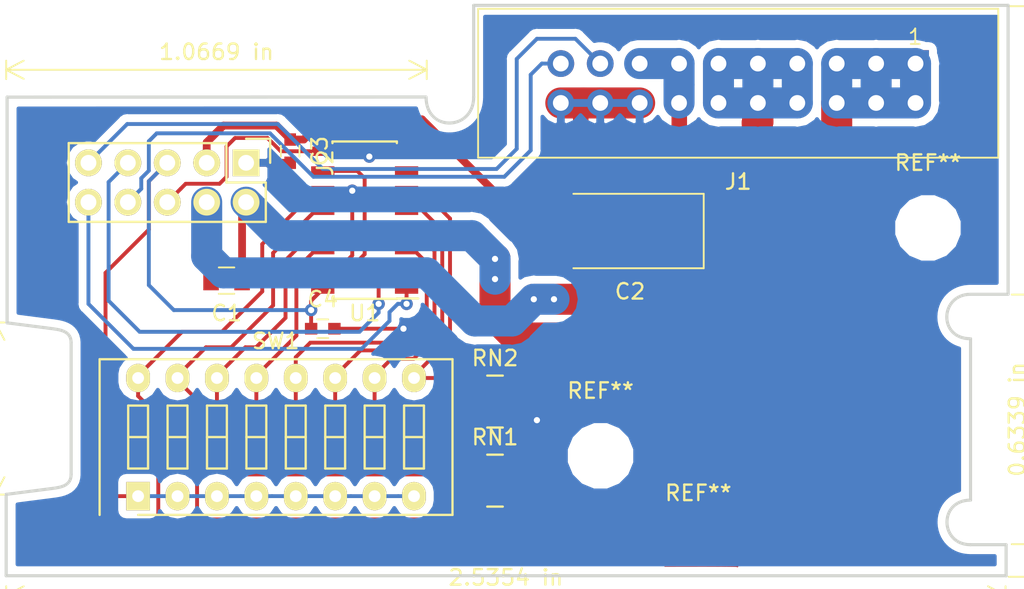
<source format=kicad_pcb>
(kicad_pcb (version 20171130) (host pcbnew "(6.0.0-rc1-dev-557-ge985f797c)")

  (general
    (thickness 1.6)
    (drawings 26)
    (tracks 266)
    (zones 0)
    (modules 14)
    (nets 20)
  )

  (page A4)
  (title_block
    (title "MAN Adapterplatine für KRONE Fallblattmodule")
    (date 2018-12-31)
    (rev 1.0)
  )

  (layers
    (0 F.Cu signal)
    (31 B.Cu signal)
    (32 B.Adhes user)
    (33 F.Adhes user)
    (34 B.Paste user)
    (35 F.Paste user)
    (36 B.SilkS user hide)
    (37 F.SilkS user hide)
    (38 B.Mask user)
    (39 F.Mask user)
    (40 Dwgs.User user)
    (41 Cmts.User user)
    (42 Eco1.User user)
    (43 Eco2.User user)
    (44 Edge.Cuts user)
    (45 Margin user)
    (46 B.CrtYd user)
    (47 F.CrtYd user hide)
    (48 B.Fab user)
    (49 F.Fab user)
  )

  (setup
    (last_trace_width 2)
    (user_trace_width 0.5)
    (user_trace_width 1)
    (user_trace_width 2)
    (trace_clearance 0.2)
    (zone_clearance 0.508)
    (zone_45_only no)
    (trace_min 0.2)
    (via_size 0.8)
    (via_drill 0.4)
    (via_min_size 0.4)
    (via_min_drill 0.3)
    (uvia_size 0.3)
    (uvia_drill 0.1)
    (uvias_allowed no)
    (uvia_min_size 0.2)
    (uvia_min_drill 0.1)
    (edge_width 0.05)
    (segment_width 0.2)
    (pcb_text_width 0.3)
    (pcb_text_size 1.5 1.5)
    (mod_edge_width 0.12)
    (mod_text_size 1 1)
    (mod_text_width 0.15)
    (pad_size 1.7272 1.7272)
    (pad_drill 1.016)
    (pad_to_mask_clearance 0.051)
    (solder_mask_min_width 0.25)
    (aux_axis_origin 0 0)
    (visible_elements 7FFDFFFF)
    (pcbplotparams
      (layerselection 0x010c8_ffffffff)
      (usegerberextensions false)
      (usegerberattributes false)
      (usegerberadvancedattributes false)
      (creategerberjobfile false)
      (excludeedgelayer true)
      (linewidth 0.100000)
      (plotframeref false)
      (viasonmask false)
      (mode 1)
      (useauxorigin false)
      (hpglpennumber 1)
      (hpglpenspeed 20)
      (hpglpendiameter 15.000000)
      (psnegative false)
      (psa4output false)
      (plotreference false)
      (plotvalue true)
      (plotinvisibletext false)
      (padsonsilk false)
      (subtractmaskfromsilk false)
      (outputformat 1)
      (mirror false)
      (drillshape 0)
      (scaleselection 1)
      (outputdirectory "Gerber"))
  )

  (net 0 "")
  (net 1 GND)
  (net 2 +5V)
  (net 3 AC)
  (net 4 GNDPWR)
  (net 5 +10V)
  (net 6 /Tx)
  (net 7 /Rx)
  (net 8 /SR_Latch)
  (net 9 /SR_Clock)
  (net 10 /SR_Data)
  (net 11 "Net-(RN1-Pad1)")
  (net 12 "Net-(RN1-Pad3)")
  (net 13 "Net-(RN1-Pad2)")
  (net 14 "Net-(RN1-Pad4)")
  (net 15 "Net-(RN2-Pad1)")
  (net 16 "Net-(RN2-Pad3)")
  (net 17 "Net-(RN2-Pad2)")
  (net 18 "Net-(RN2-Pad4)")
  (net 19 "Net-(U1-Pad7)")

  (net_class Default "Dies ist die voreingestellte Netzklasse."
    (clearance 0.2)
    (trace_width 0.25)
    (via_dia 0.8)
    (via_drill 0.4)
    (uvia_dia 0.3)
    (uvia_drill 0.1)
    (add_net +10V)
    (add_net +5V)
    (add_net /Rx)
    (add_net /SR_Clock)
    (add_net /SR_Data)
    (add_net /SR_Latch)
    (add_net /Tx)
    (add_net AC)
    (add_net GND)
    (add_net GNDPWR)
    (add_net "Net-(RN1-Pad1)")
    (add_net "Net-(RN1-Pad2)")
    (add_net "Net-(RN1-Pad3)")
    (add_net "Net-(RN1-Pad4)")
    (add_net "Net-(RN2-Pad1)")
    (add_net "Net-(RN2-Pad2)")
    (add_net "Net-(RN2-Pad3)")
    (add_net "Net-(RN2-Pad4)")
    (add_net "Net-(U1-Pad7)")
  )

  (module Housings_SOIC:SOIC-16_3.9x9.9mm_Pitch1.27mm (layer F.Cu) (tedit 574D979F) (tstamp 5C2A8D62)
    (at 114.5 79.2 180)
    (descr "16-Lead Plastic Small Outline (SL) - Narrow, 3.90 mm Body [SOIC] (see Microchip Packaging Specification 00000049BS.pdf)")
    (tags "SOIC 1.27")
    (path /5C2B7645)
    (attr smd)
    (fp_text reference U1 (at 0 -6 180) (layer F.SilkS)
      (effects (font (size 1 1) (thickness 0.15)))
    )
    (fp_text value 74HC165 (at 0 6 180) (layer F.Fab)
      (effects (font (size 1 1) (thickness 0.15)))
    )
    (fp_line (start -0.95 -4.95) (end 1.95 -4.95) (layer F.Fab) (width 0.15))
    (fp_line (start 1.95 -4.95) (end 1.95 4.95) (layer F.Fab) (width 0.15))
    (fp_line (start 1.95 4.95) (end -1.95 4.95) (layer F.Fab) (width 0.15))
    (fp_line (start -1.95 4.95) (end -1.95 -3.95) (layer F.Fab) (width 0.15))
    (fp_line (start -1.95 -3.95) (end -0.95 -4.95) (layer F.Fab) (width 0.15))
    (fp_line (start -3.7 -5.25) (end -3.7 5.25) (layer F.CrtYd) (width 0.05))
    (fp_line (start 3.7 -5.25) (end 3.7 5.25) (layer F.CrtYd) (width 0.05))
    (fp_line (start -3.7 -5.25) (end 3.7 -5.25) (layer F.CrtYd) (width 0.05))
    (fp_line (start -3.7 5.25) (end 3.7 5.25) (layer F.CrtYd) (width 0.05))
    (fp_line (start -2.075 -5.075) (end -2.075 -5.05) (layer F.SilkS) (width 0.15))
    (fp_line (start 2.075 -5.075) (end 2.075 -4.97) (layer F.SilkS) (width 0.15))
    (fp_line (start 2.075 5.075) (end 2.075 4.97) (layer F.SilkS) (width 0.15))
    (fp_line (start -2.075 5.075) (end -2.075 4.97) (layer F.SilkS) (width 0.15))
    (fp_line (start -2.075 -5.075) (end 2.075 -5.075) (layer F.SilkS) (width 0.15))
    (fp_line (start -2.075 5.075) (end 2.075 5.075) (layer F.SilkS) (width 0.15))
    (fp_line (start -2.075 -5.05) (end -3.45 -5.05) (layer F.SilkS) (width 0.15))
    (pad 1 smd rect (at -2.7 -4.445 180) (size 1.5 0.6) (layers F.Cu F.Paste F.Mask)
      (net 8 /SR_Latch))
    (pad 2 smd rect (at -2.7 -3.175 180) (size 1.5 0.6) (layers F.Cu F.Paste F.Mask)
      (net 9 /SR_Clock))
    (pad 3 smd rect (at -2.7 -1.905 180) (size 1.5 0.6) (layers F.Cu F.Paste F.Mask)
      (net 18 "Net-(RN2-Pad4)"))
    (pad 4 smd rect (at -2.7 -0.635 180) (size 1.5 0.6) (layers F.Cu F.Paste F.Mask)
      (net 16 "Net-(RN2-Pad3)"))
    (pad 5 smd rect (at -2.7 0.635 180) (size 1.5 0.6) (layers F.Cu F.Paste F.Mask)
      (net 17 "Net-(RN2-Pad2)"))
    (pad 6 smd rect (at -2.7 1.905 180) (size 1.5 0.6) (layers F.Cu F.Paste F.Mask)
      (net 15 "Net-(RN2-Pad1)"))
    (pad 7 smd rect (at -2.7 3.175 180) (size 1.5 0.6) (layers F.Cu F.Paste F.Mask)
      (net 19 "Net-(U1-Pad7)"))
    (pad 8 smd rect (at -2.7 4.445 180) (size 1.5 0.6) (layers F.Cu F.Paste F.Mask)
      (net 1 GND))
    (pad 9 smd rect (at 2.7 4.445 180) (size 1.5 0.6) (layers F.Cu F.Paste F.Mask)
      (net 10 /SR_Data))
    (pad 10 smd rect (at 2.7 3.175 180) (size 1.5 0.6) (layers F.Cu F.Paste F.Mask)
      (net 2 +5V))
    (pad 11 smd rect (at 2.7 1.905 180) (size 1.5 0.6) (layers F.Cu F.Paste F.Mask)
      (net 14 "Net-(RN1-Pad4)"))
    (pad 12 smd rect (at 2.7 0.635 180) (size 1.5 0.6) (layers F.Cu F.Paste F.Mask)
      (net 12 "Net-(RN1-Pad3)"))
    (pad 13 smd rect (at 2.7 -0.635 180) (size 1.5 0.6) (layers F.Cu F.Paste F.Mask)
      (net 13 "Net-(RN1-Pad2)"))
    (pad 14 smd rect (at 2.7 -1.905 180) (size 1.5 0.6) (layers F.Cu F.Paste F.Mask)
      (net 11 "Net-(RN1-Pad1)"))
    (pad 15 smd rect (at 2.7 -3.175 180) (size 1.5 0.6) (layers F.Cu F.Paste F.Mask)
      (net 1 GND))
    (pad 16 smd rect (at 2.7 -4.445 180) (size 1.5 0.6) (layers F.Cu F.Paste F.Mask)
      (net 2 +5V))
    (model Housings_SOIC.3dshapes/SOIC-16_3.9x9.9mm_Pitch1.27mm.wrl
      (at (xyz 0 0 0))
      (scale (xyz 1 1 1))
      (rotate (xyz 0 0 0))
    )
  )

  (module Pin_Headers:Pin_Header_Straight_2x05 locked (layer F.Cu) (tedit 0) (tstamp 5BA64145)
    (at 106.86 75.5 270)
    (descr "Through hole pin header")
    (tags "pin header")
    (path /5BA612F7)
    (fp_text reference J2 (at 0 -5.1 270) (layer F.SilkS)
      (effects (font (size 1 1) (thickness 0.15)))
    )
    (fp_text value Module (at 0 -3.1 270) (layer F.Fab)
      (effects (font (size 1 1) (thickness 0.15)))
    )
    (fp_line (start -1.55 -1.55) (end -1.55 0) (layer F.SilkS) (width 0.15))
    (fp_line (start 1.27 1.27) (end -1.27 1.27) (layer F.SilkS) (width 0.15))
    (fp_line (start 1.27 -1.27) (end 1.27 1.27) (layer F.SilkS) (width 0.15))
    (fp_line (start 0 -1.55) (end -1.55 -1.55) (layer F.SilkS) (width 0.15))
    (fp_line (start 3.81 -1.27) (end 1.27 -1.27) (layer F.SilkS) (width 0.15))
    (fp_line (start -1.27 11.43) (end -1.27 1.27) (layer F.SilkS) (width 0.15))
    (fp_line (start 3.81 11.43) (end -1.27 11.43) (layer F.SilkS) (width 0.15))
    (fp_line (start 3.81 -1.27) (end 3.81 11.43) (layer F.SilkS) (width 0.15))
    (fp_line (start -1.75 11.95) (end 4.3 11.95) (layer F.CrtYd) (width 0.05))
    (fp_line (start -1.75 -1.75) (end 4.3 -1.75) (layer F.CrtYd) (width 0.05))
    (fp_line (start 4.3 -1.75) (end 4.3 11.95) (layer F.CrtYd) (width 0.05))
    (fp_line (start -1.75 -1.75) (end -1.75 11.95) (layer F.CrtYd) (width 0.05))
    (pad 10 thru_hole oval (at 2.54 10.16 270) (size 1.7272 1.7272) (drill 1.016) (layers *.Cu *.Mask F.SilkS)
      (net 8 /SR_Latch))
    (pad 9 thru_hole oval (at 0 10.16 270) (size 1.7272 1.7272) (drill 1.016) (layers *.Cu *.Mask F.SilkS)
      (net 7 /Rx))
    (pad 8 thru_hole oval (at 2.54 7.62 270) (size 1.7272 1.7272) (drill 1.016) (layers *.Cu *.Mask F.SilkS)
      (net 6 /Tx))
    (pad 7 thru_hole oval (at 0 7.62 270) (size 1.7272 1.7272) (drill 1.016) (layers *.Cu *.Mask F.SilkS)
      (net 9 /SR_Clock))
    (pad 6 thru_hole oval (at 2.54 5.08 270) (size 1.7272 1.7272) (drill 1.016) (layers *.Cu *.Mask F.SilkS)
      (net 10 /SR_Data))
    (pad 5 thru_hole oval (at 0 5.08 270) (size 1.7272 1.7272) (drill 1.016) (layers *.Cu *.Mask F.SilkS)
      (net 2 +5V))
    (pad 4 thru_hole oval (at 2.54 2.54 270) (size 1.7272 1.7272) (drill 1.016) (layers *.Cu *.Mask F.SilkS)
      (net 4 GNDPWR))
    (pad 3 thru_hole oval (at 0 2.54 270) (size 1.7272 1.7272) (drill 1.016) (layers *.Cu *.Mask F.SilkS)
      (net 5 +10V))
    (pad 2 thru_hole oval (at 2.54 0 270) (size 1.7272 1.7272) (drill 1.016) (layers *.Cu *.Mask F.SilkS)
      (net 3 AC))
    (pad 1 thru_hole rect (at 0 0 270) (size 1.7272 1.7272) (drill 1.016) (layers *.Cu *.Mask F.SilkS)
      (net 1 GND))
    (model Pin_Headers.3dshapes/Pin_Header_Straight_2x05.wrl
      (offset (xyz 1.269999980926514 -5.079999923706055 0))
      (scale (xyz 1 1 1))
      (rotate (xyz 0 0 90))
    )
  )

  (module Buttons_Switches_THT:SW_DIP_x8_Slide (layer F.Cu) (tedit 54BB66BF) (tstamp 5C2A8D3E)
    (at 99.9 97)
    (descr "CTS Electrocomponents, Series 206/208")
    (path /5C2BE4A9)
    (fp_text reference SW1 (at 8.87 -10) (layer F.SilkS)
      (effects (font (size 1 1) (thickness 0.15)))
    )
    (fp_text value Address (at 2 2.4) (layer F.Fab)
      (effects (font (size 1 1) (thickness 0.15)))
    )
    (fp_line (start 20.26 1.21) (end 0 1.21) (layer F.SilkS) (width 0.15))
    (fp_line (start 20.26 -8.83) (end 20.26 1.21) (layer F.SilkS) (width 0.15))
    (fp_line (start -2.48 -8.83) (end 20.26 -8.83) (layer F.SilkS) (width 0.15))
    (fp_line (start -2.48 1.21) (end -2.48 -8.83) (layer F.SilkS) (width 0.15))
    (fp_line (start 20.6 -9.15) (end -2.8 -9.15) (layer F.CrtYd) (width 0.05))
    (fp_line (start 20.6 1.55) (end 20.6 -9.15) (layer F.CrtYd) (width 0.05))
    (fp_line (start -2.8 1.55) (end 20.6 1.55) (layer F.CrtYd) (width 0.05))
    (fp_line (start -2.8 -9.15) (end -2.8 1.55) (layer F.CrtYd) (width 0.05))
    (fp_line (start 18.42 -5.84) (end 17.14 -5.84) (layer F.SilkS) (width 0.15))
    (fp_line (start 18.42 -1.78) (end 18.42 -5.84) (layer F.SilkS) (width 0.15))
    (fp_line (start 17.14 -1.78) (end 18.42 -1.78) (layer F.SilkS) (width 0.15))
    (fp_line (start 17.14 -3.81) (end 18.42 -3.81) (layer F.SilkS) (width 0.15))
    (fp_line (start 17.14 -5.84) (end 17.14 -1.78) (layer F.SilkS) (width 0.15))
    (fp_line (start 15.88 -5.84) (end 14.6 -5.84) (layer F.SilkS) (width 0.15))
    (fp_line (start 15.88 -1.78) (end 15.88 -5.84) (layer F.SilkS) (width 0.15))
    (fp_line (start 14.6 -1.78) (end 15.88 -1.78) (layer F.SilkS) (width 0.15))
    (fp_line (start 14.6 -3.81) (end 15.88 -3.81) (layer F.SilkS) (width 0.15))
    (fp_line (start 14.6 -5.84) (end 14.6 -1.78) (layer F.SilkS) (width 0.15))
    (fp_line (start 13.34 -5.84) (end 12.06 -5.84) (layer F.SilkS) (width 0.15))
    (fp_line (start 13.34 -1.78) (end 13.34 -5.84) (layer F.SilkS) (width 0.15))
    (fp_line (start 12.06 -1.78) (end 13.34 -1.78) (layer F.SilkS) (width 0.15))
    (fp_line (start 12.06 -3.81) (end 13.34 -3.81) (layer F.SilkS) (width 0.15))
    (fp_line (start 12.06 -5.84) (end 12.06 -1.78) (layer F.SilkS) (width 0.15))
    (fp_line (start 10.8 -5.84) (end 9.52 -5.84) (layer F.SilkS) (width 0.15))
    (fp_line (start 10.8 -1.78) (end 10.8 -5.84) (layer F.SilkS) (width 0.15))
    (fp_line (start 9.52 -1.78) (end 10.8 -1.78) (layer F.SilkS) (width 0.15))
    (fp_line (start 9.52 -3.81) (end 10.8 -3.81) (layer F.SilkS) (width 0.15))
    (fp_line (start 9.52 -5.84) (end 9.52 -1.78) (layer F.SilkS) (width 0.15))
    (fp_line (start 8.26 -5.84) (end 6.98 -5.84) (layer F.SilkS) (width 0.15))
    (fp_line (start 8.26 -1.78) (end 8.26 -5.84) (layer F.SilkS) (width 0.15))
    (fp_line (start 6.98 -1.78) (end 8.26 -1.78) (layer F.SilkS) (width 0.15))
    (fp_line (start 6.98 -3.81) (end 8.26 -3.81) (layer F.SilkS) (width 0.15))
    (fp_line (start 6.98 -5.84) (end 6.98 -1.78) (layer F.SilkS) (width 0.15))
    (fp_line (start 5.72 -5.84) (end 4.44 -5.84) (layer F.SilkS) (width 0.15))
    (fp_line (start 5.72 -1.78) (end 5.72 -5.84) (layer F.SilkS) (width 0.15))
    (fp_line (start 4.44 -1.78) (end 5.72 -1.78) (layer F.SilkS) (width 0.15))
    (fp_line (start 4.44 -3.81) (end 5.72 -3.81) (layer F.SilkS) (width 0.15))
    (fp_line (start 4.44 -5.84) (end 4.44 -1.78) (layer F.SilkS) (width 0.15))
    (fp_line (start 3.18 -5.84) (end 1.9 -5.84) (layer F.SilkS) (width 0.15))
    (fp_line (start 3.18 -1.78) (end 3.18 -5.84) (layer F.SilkS) (width 0.15))
    (fp_line (start 1.9 -1.78) (end 3.18 -1.78) (layer F.SilkS) (width 0.15))
    (fp_line (start 1.9 -3.81) (end 3.18 -3.81) (layer F.SilkS) (width 0.15))
    (fp_line (start 1.9 -5.84) (end 1.9 -1.78) (layer F.SilkS) (width 0.15))
    (fp_line (start 0.64 -5.84) (end -0.64 -5.84) (layer F.SilkS) (width 0.15))
    (fp_line (start 0.64 -1.78) (end 0.64 -5.84) (layer F.SilkS) (width 0.15))
    (fp_line (start -0.64 -1.78) (end 0.64 -1.78) (layer F.SilkS) (width 0.15))
    (fp_line (start -0.64 -3.81) (end 0.64 -3.81) (layer F.SilkS) (width 0.15))
    (fp_line (start -0.64 -5.84) (end -0.64 -1.78) (layer F.SilkS) (width 0.15))
    (pad 9 thru_hole oval (at 17.78 -7.62) (size 1.524 1.824) (drill 0.762) (layers *.Cu *.Mask F.SilkS)
      (net 15 "Net-(RN2-Pad1)"))
    (pad 8 thru_hole oval (at 17.78 0) (size 1.524 1.824) (drill 0.762) (layers *.Cu *.Mask F.SilkS)
      (net 2 +5V))
    (pad 10 thru_hole oval (at 15.24 -7.62) (size 1.524 1.824) (drill 0.762) (layers *.Cu *.Mask F.SilkS)
      (net 17 "Net-(RN2-Pad2)"))
    (pad 7 thru_hole oval (at 15.24 0) (size 1.524 1.824) (drill 0.762) (layers *.Cu *.Mask F.SilkS)
      (net 2 +5V))
    (pad 11 thru_hole oval (at 12.7 -7.62) (size 1.524 1.824) (drill 0.762) (layers *.Cu *.Mask F.SilkS)
      (net 16 "Net-(RN2-Pad3)"))
    (pad 6 thru_hole oval (at 12.7 0) (size 1.524 1.824) (drill 0.762) (layers *.Cu *.Mask F.SilkS)
      (net 2 +5V))
    (pad 12 thru_hole oval (at 10.16 -7.62) (size 1.524 1.824) (drill 0.762) (layers *.Cu *.Mask F.SilkS)
      (net 18 "Net-(RN2-Pad4)"))
    (pad 5 thru_hole oval (at 10.16 0) (size 1.524 1.824) (drill 0.762) (layers *.Cu *.Mask F.SilkS)
      (net 2 +5V))
    (pad 13 thru_hole oval (at 7.62 -7.62) (size 1.524 1.824) (drill 0.762) (layers *.Cu *.Mask F.SilkS)
      (net 11 "Net-(RN1-Pad1)"))
    (pad 4 thru_hole oval (at 7.62 0) (size 1.524 1.824) (drill 0.762) (layers *.Cu *.Mask F.SilkS)
      (net 2 +5V))
    (pad 14 thru_hole oval (at 5.08 -7.62) (size 1.524 1.824) (drill 0.762) (layers *.Cu *.Mask F.SilkS)
      (net 13 "Net-(RN1-Pad2)"))
    (pad 3 thru_hole oval (at 5.08 0) (size 1.524 1.824) (drill 0.762) (layers *.Cu *.Mask F.SilkS)
      (net 2 +5V))
    (pad 15 thru_hole oval (at 2.54 -7.62) (size 1.524 1.824) (drill 0.762) (layers *.Cu *.Mask F.SilkS)
      (net 12 "Net-(RN1-Pad3)"))
    (pad 2 thru_hole oval (at 2.54 0) (size 1.524 1.824) (drill 0.762) (layers *.Cu *.Mask F.SilkS)
      (net 2 +5V))
    (pad 16 thru_hole oval (at 0 -7.62) (size 1.524 1.824) (drill 0.762) (layers *.Cu *.Mask F.SilkS)
      (net 14 "Net-(RN1-Pad4)"))
    (pad 1 thru_hole rect (at 0 0) (size 1.524 1.824) (drill 0.762) (layers *.Cu *.Mask F.SilkS)
      (net 2 +5V))
    (model Buttons_Switches_ThroughHole.3dshapes/SW_DIP_x8_Slide.wrl
      (at (xyz 0 0 0))
      (scale (xyz 1 1 1))
      (rotate (xyz 0 0 0))
    )
  )

  (module Resistors_SMD:R_Array_Convex_4x0603 (layer F.Cu) (tedit 545388FD) (tstamp 5C2A8CFA)
    (at 122.9 90.9)
    (descr "Chip Resistor Network, ROHM MNR14 (see mnr_g.pdf)")
    (tags "resistor array")
    (path /5C309BA2)
    (attr smd)
    (fp_text reference RN2 (at 0 -2.8) (layer F.SilkS)
      (effects (font (size 1 1) (thickness 0.15)))
    )
    (fp_text value 4x10k (at 0 2.8) (layer F.Fab)
      (effects (font (size 1 1) (thickness 0.15)))
    )
    (fp_line (start -1.55 -1.8) (end 1.55 -1.8) (layer F.CrtYd) (width 0.05))
    (fp_line (start -1.55 1.8) (end 1.55 1.8) (layer F.CrtYd) (width 0.05))
    (fp_line (start -1.55 -1.8) (end -1.55 1.8) (layer F.CrtYd) (width 0.05))
    (fp_line (start 1.55 -1.8) (end 1.55 1.8) (layer F.CrtYd) (width 0.05))
    (fp_line (start 0.5 1.675) (end -0.5 1.675) (layer F.SilkS) (width 0.15))
    (fp_line (start 0.5 -1.675) (end -0.5 -1.675) (layer F.SilkS) (width 0.15))
    (pad 1 smd rect (at -0.9 -1.2) (size 0.8 0.5) (layers F.Cu F.Paste F.Mask)
      (net 15 "Net-(RN2-Pad1)"))
    (pad 3 smd rect (at -0.9 0.4) (size 0.8 0.4) (layers F.Cu F.Paste F.Mask)
      (net 16 "Net-(RN2-Pad3)"))
    (pad 2 smd rect (at -0.9 -0.4) (size 0.8 0.4) (layers F.Cu F.Paste F.Mask)
      (net 17 "Net-(RN2-Pad2)"))
    (pad 4 smd rect (at -0.9 1.2) (size 0.8 0.5) (layers F.Cu F.Paste F.Mask)
      (net 18 "Net-(RN2-Pad4)"))
    (pad 7 smd rect (at 0.9 -0.4) (size 0.8 0.4) (layers F.Cu F.Paste F.Mask)
      (net 1 GND))
    (pad 8 smd rect (at 0.9 -1.2) (size 0.8 0.5) (layers F.Cu F.Paste F.Mask)
      (net 1 GND))
    (pad 6 smd rect (at 0.9 0.4) (size 0.8 0.4) (layers F.Cu F.Paste F.Mask)
      (net 1 GND))
    (pad 5 smd rect (at 0.9 1.2) (size 0.8 0.5) (layers F.Cu F.Paste F.Mask)
      (net 1 GND))
    (model Resistors_SMD.3dshapes/R_Array_Convex_4x0603.wrl
      (at (xyz 0 0 0))
      (scale (xyz 1 1 1))
      (rotate (xyz 0 0 0))
    )
  )

  (module Resistors_SMD:R_Array_Convex_4x0603 (layer F.Cu) (tedit 545388FD) (tstamp 5C2A8CE8)
    (at 122.9 96)
    (descr "Chip Resistor Network, ROHM MNR14 (see mnr_g.pdf)")
    (tags "resistor array")
    (path /5C2CC508)
    (attr smd)
    (fp_text reference RN1 (at 0 -2.8) (layer F.SilkS)
      (effects (font (size 1 1) (thickness 0.15)))
    )
    (fp_text value 4x10k (at 0 2.8) (layer F.Fab)
      (effects (font (size 1 1) (thickness 0.15)))
    )
    (fp_line (start -1.55 -1.8) (end 1.55 -1.8) (layer F.CrtYd) (width 0.05))
    (fp_line (start -1.55 1.8) (end 1.55 1.8) (layer F.CrtYd) (width 0.05))
    (fp_line (start -1.55 -1.8) (end -1.55 1.8) (layer F.CrtYd) (width 0.05))
    (fp_line (start 1.55 -1.8) (end 1.55 1.8) (layer F.CrtYd) (width 0.05))
    (fp_line (start 0.5 1.675) (end -0.5 1.675) (layer F.SilkS) (width 0.15))
    (fp_line (start 0.5 -1.675) (end -0.5 -1.675) (layer F.SilkS) (width 0.15))
    (pad 1 smd rect (at -0.9 -1.2) (size 0.8 0.5) (layers F.Cu F.Paste F.Mask)
      (net 11 "Net-(RN1-Pad1)"))
    (pad 3 smd rect (at -0.9 0.4) (size 0.8 0.4) (layers F.Cu F.Paste F.Mask)
      (net 12 "Net-(RN1-Pad3)"))
    (pad 2 smd rect (at -0.9 -0.4) (size 0.8 0.4) (layers F.Cu F.Paste F.Mask)
      (net 13 "Net-(RN1-Pad2)"))
    (pad 4 smd rect (at -0.9 1.2) (size 0.8 0.5) (layers F.Cu F.Paste F.Mask)
      (net 14 "Net-(RN1-Pad4)"))
    (pad 7 smd rect (at 0.9 -0.4) (size 0.8 0.4) (layers F.Cu F.Paste F.Mask)
      (net 1 GND))
    (pad 8 smd rect (at 0.9 -1.2) (size 0.8 0.5) (layers F.Cu F.Paste F.Mask)
      (net 1 GND))
    (pad 6 smd rect (at 0.9 0.4) (size 0.8 0.4) (layers F.Cu F.Paste F.Mask)
      (net 1 GND))
    (pad 5 smd rect (at 0.9 1.2) (size 0.8 0.5) (layers F.Cu F.Paste F.Mask)
      (net 1 GND))
    (model Resistors_SMD.3dshapes/R_Array_Convex_4x0603.wrl
      (at (xyz 0 0 0))
      (scale (xyz 1 1 1))
      (rotate (xyz 0 0 0))
    )
  )

  (module Capacitors_SMD:C_0603 (layer F.Cu) (tedit 5415D631) (tstamp 5C2A8C5F)
    (at 111.8 86.2)
    (descr "Capacitor SMD 0603, reflow soldering, AVX (see smccp.pdf)")
    (tags "capacitor 0603")
    (path /5C354392)
    (attr smd)
    (fp_text reference C4 (at 0 -1.9) (layer F.SilkS)
      (effects (font (size 1 1) (thickness 0.15)))
    )
    (fp_text value 100n/50V (at 0 1.9) (layer F.Fab)
      (effects (font (size 1 1) (thickness 0.15)))
    )
    (fp_line (start -0.8 0.4) (end -0.8 -0.4) (layer F.Fab) (width 0.1))
    (fp_line (start 0.8 0.4) (end -0.8 0.4) (layer F.Fab) (width 0.1))
    (fp_line (start 0.8 -0.4) (end 0.8 0.4) (layer F.Fab) (width 0.1))
    (fp_line (start -0.8 -0.4) (end 0.8 -0.4) (layer F.Fab) (width 0.1))
    (fp_line (start -1.45 -0.75) (end 1.45 -0.75) (layer F.CrtYd) (width 0.05))
    (fp_line (start -1.45 0.75) (end 1.45 0.75) (layer F.CrtYd) (width 0.05))
    (fp_line (start -1.45 -0.75) (end -1.45 0.75) (layer F.CrtYd) (width 0.05))
    (fp_line (start 1.45 -0.75) (end 1.45 0.75) (layer F.CrtYd) (width 0.05))
    (fp_line (start -0.35 -0.6) (end 0.35 -0.6) (layer F.SilkS) (width 0.12))
    (fp_line (start 0.35 0.6) (end -0.35 0.6) (layer F.SilkS) (width 0.12))
    (pad 1 smd rect (at -0.75 0) (size 0.8 0.75) (layers F.Cu F.Paste F.Mask)
      (net 2 +5V))
    (pad 2 smd rect (at 0.75 0) (size 0.8 0.75) (layers F.Cu F.Paste F.Mask)
      (net 1 GND))
    (model Capacitors_SMD.3dshapes/C_0603.wrl
      (at (xyz 0 0 0))
      (scale (xyz 1 1 1))
      (rotate (xyz 0 0 0))
    )
  )

  (module Capacitors_SMD:C_0603 (layer F.Cu) (tedit 5415D631) (tstamp 5C2A8C4F)
    (at 109.7 74.75 270)
    (descr "Capacitor SMD 0603, reflow soldering, AVX (see smccp.pdf)")
    (tags "capacitor 0603")
    (path /5C35E389)
    (attr smd)
    (fp_text reference C3 (at 0 -1.9 270) (layer F.SilkS)
      (effects (font (size 1 1) (thickness 0.15)))
    )
    (fp_text value 100n/50V (at 0 1.9 270) (layer F.Fab)
      (effects (font (size 1 1) (thickness 0.15)))
    )
    (fp_line (start -0.8 0.4) (end -0.8 -0.4) (layer F.Fab) (width 0.1))
    (fp_line (start 0.8 0.4) (end -0.8 0.4) (layer F.Fab) (width 0.1))
    (fp_line (start 0.8 -0.4) (end 0.8 0.4) (layer F.Fab) (width 0.1))
    (fp_line (start -0.8 -0.4) (end 0.8 -0.4) (layer F.Fab) (width 0.1))
    (fp_line (start -1.45 -0.75) (end 1.45 -0.75) (layer F.CrtYd) (width 0.05))
    (fp_line (start -1.45 0.75) (end 1.45 0.75) (layer F.CrtYd) (width 0.05))
    (fp_line (start -1.45 -0.75) (end -1.45 0.75) (layer F.CrtYd) (width 0.05))
    (fp_line (start 1.45 -0.75) (end 1.45 0.75) (layer F.CrtYd) (width 0.05))
    (fp_line (start -0.35 -0.6) (end 0.35 -0.6) (layer F.SilkS) (width 0.12))
    (fp_line (start 0.35 0.6) (end -0.35 0.6) (layer F.SilkS) (width 0.12))
    (pad 1 smd rect (at -0.75 0 270) (size 0.8 0.75) (layers F.Cu F.Paste F.Mask)
      (net 5 +10V))
    (pad 2 smd rect (at 0.75 0 270) (size 0.8 0.75) (layers F.Cu F.Paste F.Mask)
      (net 1 GND))
    (model Capacitors_SMD.3dshapes/C_0603.wrl
      (at (xyz 0 0 0))
      (scale (xyz 1 1 1))
      (rotate (xyz 0 0 0))
    )
  )

  (module Capacitors_Tantalum_SMD:CP_Tantalum_Case-D_EIA-7343-31_Reflow (layer F.Cu) (tedit 57B6E980) (tstamp 5C2A8C3F)
    (at 131.6 79.9 180)
    (descr "Tantalum capacitor, Case D, EIA 7343-31, 7.3x4.3x2.8mm, Reflow soldering footprint")
    (tags "capacitor tantalum smd")
    (path /5C2B418B)
    (attr smd)
    (fp_text reference C2 (at 0 -3.9 180) (layer F.SilkS)
      (effects (font (size 1 1) (thickness 0.15)))
    )
    (fp_text value 22µ/25V (at 0 3.9 180) (layer F.Fab)
      (effects (font (size 1 1) (thickness 0.15)))
    )
    (fp_line (start -4.85 -2.5) (end -4.85 2.5) (layer F.CrtYd) (width 0.05))
    (fp_line (start -4.85 2.5) (end 4.85 2.5) (layer F.CrtYd) (width 0.05))
    (fp_line (start 4.85 2.5) (end 4.85 -2.5) (layer F.CrtYd) (width 0.05))
    (fp_line (start 4.85 -2.5) (end -4.85 -2.5) (layer F.CrtYd) (width 0.05))
    (fp_line (start -3.65 -2.15) (end -3.65 2.15) (layer F.Fab) (width 0.1))
    (fp_line (start -3.65 2.15) (end 3.65 2.15) (layer F.Fab) (width 0.1))
    (fp_line (start 3.65 2.15) (end 3.65 -2.15) (layer F.Fab) (width 0.1))
    (fp_line (start 3.65 -2.15) (end -3.65 -2.15) (layer F.Fab) (width 0.1))
    (fp_line (start -2.92 -2.15) (end -2.92 2.15) (layer F.Fab) (width 0.1))
    (fp_line (start -2.555 -2.15) (end -2.555 2.15) (layer F.Fab) (width 0.1))
    (fp_line (start -4.75 -2.4) (end 3.65 -2.4) (layer F.SilkS) (width 0.12))
    (fp_line (start -4.75 2.4) (end 3.65 2.4) (layer F.SilkS) (width 0.12))
    (fp_line (start -4.75 -2.4) (end -4.75 2.4) (layer F.SilkS) (width 0.12))
    (pad 1 smd rect (at -3.175 0 180) (size 2.55 2.7) (layers F.Cu F.Paste F.Mask)
      (net 5 +10V))
    (pad 2 smd rect (at 3.175 0 180) (size 2.55 2.7) (layers F.Cu F.Paste F.Mask)
      (net 1 GND))
    (model Capacitors_Tantalum_SMD.3dshapes/CP_Tantalum_Case-D_EIA-7343-31.wrl
      (at (xyz 0 0 0))
      (scale (xyz 1 1 1))
      (rotate (xyz 0 0 0))
    )
  )

  (module Capacitors_SMD:C_0805 (layer F.Cu) (tedit 5415D6EA) (tstamp 5C2A8C2C)
    (at 105.6 83.1 180)
    (descr "Capacitor SMD 0805, reflow soldering, AVX (see smccp.pdf)")
    (tags "capacitor 0805")
    (path /5C34DCA3)
    (attr smd)
    (fp_text reference C1 (at 0 -2.1 180) (layer F.SilkS)
      (effects (font (size 1 1) (thickness 0.15)))
    )
    (fp_text value 10n/100V (at 0 2.1 180) (layer F.Fab)
      (effects (font (size 1 1) (thickness 0.15)))
    )
    (fp_line (start -1 0.625) (end -1 -0.625) (layer F.Fab) (width 0.1))
    (fp_line (start 1 0.625) (end -1 0.625) (layer F.Fab) (width 0.1))
    (fp_line (start 1 -0.625) (end 1 0.625) (layer F.Fab) (width 0.1))
    (fp_line (start -1 -0.625) (end 1 -0.625) (layer F.Fab) (width 0.1))
    (fp_line (start -1.8 -1) (end 1.8 -1) (layer F.CrtYd) (width 0.05))
    (fp_line (start -1.8 1) (end 1.8 1) (layer F.CrtYd) (width 0.05))
    (fp_line (start -1.8 -1) (end -1.8 1) (layer F.CrtYd) (width 0.05))
    (fp_line (start 1.8 -1) (end 1.8 1) (layer F.CrtYd) (width 0.05))
    (fp_line (start 0.5 -0.85) (end -0.5 -0.85) (layer F.SilkS) (width 0.12))
    (fp_line (start -0.5 0.85) (end 0.5 0.85) (layer F.SilkS) (width 0.12))
    (pad 1 smd rect (at -1 0 180) (size 1 1.25) (layers F.Cu F.Paste F.Mask)
      (net 3 AC))
    (pad 2 smd rect (at 1 0 180) (size 1 1.25) (layers F.Cu F.Paste F.Mask)
      (net 4 GNDPWR))
    (model Capacitors_SMD.3dshapes/C_0805.wrl
      (at (xyz 0 0 0))
      (scale (xyz 1 1 1))
      (rotate (xyz 0 0 0))
    )
  )

  (module Connectors:IDC_Header_Straight_20pins locked (layer F.Cu) (tedit 0) (tstamp 5BA6412B)
    (at 150 69.1 180)
    (descr "20 pins through hole IDC header")
    (tags "IDC header socket VASCH")
    (path /5BA61280)
    (fp_text reference J1 (at 11.43 -7.62 180) (layer F.SilkS)
      (effects (font (size 1 1) (thickness 0.15)))
    )
    (fp_text value Cable (at 11.43 5.223 180) (layer F.Fab)
      (effects (font (size 1 1) (thickness 0.15)))
    )
    (fp_line (start -5.33 3.53) (end -5.33 -6.07) (layer F.SilkS) (width 0.12))
    (fp_line (start 28.19 3.53) (end -5.33 3.53) (layer F.SilkS) (width 0.12))
    (fp_line (start 28.19 -6.07) (end 28.19 3.53) (layer F.SilkS) (width 0.12))
    (fp_line (start -5.33 -6.07) (end 28.19 -6.07) (layer F.SilkS) (width 0.12))
    (fp_text user 1 (at 0.02 1.72 180) (layer F.SilkS)
      (effects (font (size 1 1) (thickness 0.12)))
    )
    (fp_line (start -5.58 3.78) (end -5.58 -6.32) (layer F.CrtYd) (width 0.05))
    (fp_line (start 28.44 3.78) (end -5.58 3.78) (layer F.CrtYd) (width 0.05))
    (fp_line (start 28.44 -6.32) (end 28.44 3.78) (layer F.CrtYd) (width 0.05))
    (fp_line (start -5.58 -6.32) (end 28.44 -6.32) (layer F.CrtYd) (width 0.05))
    (fp_line (start 27.94 3.28) (end 27.38 2.73) (layer F.Fab) (width 0.1))
    (fp_line (start -5.08 3.28) (end -4.54 2.73) (layer F.Fab) (width 0.1))
    (fp_line (start 27.94 -5.82) (end 27.38 -5.27) (layer F.Fab) (width 0.1))
    (fp_line (start -5.08 -5.82) (end -4.54 -5.27) (layer F.Fab) (width 0.1))
    (fp_line (start 27.38 -5.27) (end 27.38 2.73) (layer F.Fab) (width 0.1))
    (fp_line (start 27.94 -5.82) (end 27.94 3.28) (layer F.Fab) (width 0.1))
    (fp_line (start -4.54 -5.27) (end -4.54 2.73) (layer F.Fab) (width 0.1))
    (fp_line (start -5.08 -5.82) (end -5.08 3.28) (layer F.Fab) (width 0.1))
    (fp_line (start 13.68 2.73) (end 13.68 3.28) (layer F.Fab) (width 0.1))
    (fp_line (start 9.18 2.73) (end 9.18 3.28) (layer F.Fab) (width 0.1))
    (fp_line (start 13.68 2.73) (end 27.38 2.73) (layer F.Fab) (width 0.1))
    (fp_line (start -4.54 2.73) (end 9.18 2.73) (layer F.Fab) (width 0.1))
    (fp_line (start -5.08 3.28) (end 27.94 3.28) (layer F.Fab) (width 0.1))
    (fp_line (start -4.54 -5.27) (end 27.38 -5.27) (layer F.Fab) (width 0.1))
    (fp_line (start -5.08 -5.82) (end 27.94 -5.82) (layer F.Fab) (width 0.1))
    (pad 20 thru_hole oval (at 22.86 -2.54 180) (size 1.7272 1.7272) (drill 1.016) (layers *.Cu *.Mask)
      (net 1 GND))
    (pad 19 thru_hole oval (at 22.86 0 180) (size 1.7272 1.7272) (drill 1.016) (layers *.Cu *.Mask)
      (net 6 /Tx))
    (pad 18 thru_hole oval (at 20.32 -2.54 180) (size 1.7272 1.7272) (drill 1.016) (layers *.Cu *.Mask)
      (net 1 GND))
    (pad 17 thru_hole oval (at 20.32 0 180) (size 1.7272 1.7272) (drill 1.016) (layers *.Cu *.Mask)
      (net 7 /Rx))
    (pad 16 thru_hole oval (at 17.78 -2.54 180) (size 1.7272 1.7272) (drill 1.016) (layers *.Cu *.Mask)
      (net 1 GND))
    (pad 15 thru_hole oval (at 17.78 0 180) (size 1.7272 1.7272) (drill 1.016) (layers *.Cu *.Mask)
      (net 5 +10V))
    (pad 14 thru_hole oval (at 15.24 -2.54 180) (size 1.7272 1.7272) (drill 1.016) (layers *.Cu *.Mask)
      (net 5 +10V))
    (pad 13 thru_hole oval (at 15.24 0 180) (size 1.7272 1.7272) (drill 1.016) (layers *.Cu *.Mask)
      (net 5 +10V))
    (pad 12 thru_hole oval (at 12.7 -2.54 180) (size 1.7272 1.7272) (drill 1.016) (layers *.Cu *.Mask)
      (net 4 GNDPWR))
    (pad 11 thru_hole oval (at 12.7 0 180) (size 1.7272 1.7272) (drill 1.016) (layers *.Cu *.Mask)
      (net 4 GNDPWR))
    (pad 10 thru_hole oval (at 10.16 -2.54 180) (size 1.7272 1.7272) (drill 1.016) (layers *.Cu *.Mask)
      (net 4 GNDPWR))
    (pad 9 thru_hole oval (at 10.16 0 180) (size 1.7272 1.7272) (drill 1.016) (layers *.Cu *.Mask)
      (net 4 GNDPWR))
    (pad 8 thru_hole oval (at 7.62 -2.54 180) (size 1.7272 1.7272) (drill 1.016) (layers *.Cu *.Mask)
      (net 4 GNDPWR))
    (pad 7 thru_hole oval (at 7.62 0 180) (size 1.7272 1.7272) (drill 1.016) (layers *.Cu *.Mask)
      (net 4 GNDPWR))
    (pad 6 thru_hole oval (at 5.08 -2.54 180) (size 1.7272 1.7272) (drill 1.016) (layers *.Cu *.Mask)
      (net 3 AC))
    (pad 5 thru_hole oval (at 5.08 0 180) (size 1.7272 1.7272) (drill 1.016) (layers *.Cu *.Mask)
      (net 3 AC))
    (pad 4 thru_hole oval (at 2.54 -2.54 180) (size 1.7272 1.7272) (drill 1.016) (layers *.Cu *.Mask)
      (net 3 AC))
    (pad 3 thru_hole oval (at 2.54 0 180) (size 1.7272 1.7272) (drill 1.016) (layers *.Cu *.Mask)
      (net 3 AC))
    (pad 2 thru_hole oval (at 0 -2.54 180) (size 1.7272 1.7272) (drill 1.016) (layers *.Cu *.Mask)
      (net 3 AC))
    (pad 1 thru_hole rect (at 0 0 180) (size 1.7272 1.7272) (drill 1.016) (layers *.Cu *.Mask)
      (net 3 AC))
  )

  (module Mounting_Holes:MountingHole_3.2mm_M3 (layer F.Cu) (tedit 56D1B4CB) (tstamp 5C2AB0E6)
    (at 150.8 79.7)
    (descr "Mounting Hole 3.2mm, no annular, M3")
    (tags "mounting hole 3.2mm no annular m3")
    (fp_text reference REF** (at 0 -4.2) (layer F.SilkS)
      (effects (font (size 1 1) (thickness 0.15)))
    )
    (fp_text value MountingHole_3.2mm_M3 (at 0 4.2) (layer F.Fab)
      (effects (font (size 1 1) (thickness 0.15)))
    )
    (fp_circle (center 0 0) (end 3.2 0) (layer Cmts.User) (width 0.15))
    (fp_circle (center 0 0) (end 3.45 0) (layer F.CrtYd) (width 0.05))
    (pad 1 np_thru_hole circle (at 0 0) (size 3.2 3.2) (drill 3.2) (layers *.Cu *.Mask))
  )

  (module Mounting_Holes:MountingHole_3.2mm_M3 (layer F.Cu) (tedit 56D1B4CB) (tstamp 5C2AB0FF)
    (at 129.7 94.4)
    (descr "Mounting Hole 3.2mm, no annular, M3")
    (tags "mounting hole 3.2mm no annular m3")
    (fp_text reference REF** (at 0 -4.2) (layer F.SilkS)
      (effects (font (size 1 1) (thickness 0.15)))
    )
    (fp_text value MountingHole_3.2mm_M3 (at 0 4.2) (layer F.Fab)
      (effects (font (size 1 1) (thickness 0.15)))
    )
    (fp_circle (center 0 0) (end 3.2 0) (layer Cmts.User) (width 0.15))
    (fp_circle (center 0 0) (end 3.45 0) (layer F.CrtYd) (width 0.05))
    (pad 1 np_thru_hole circle (at 0 0) (size 3.2 3.2) (drill 3.2) (layers *.Cu *.Mask))
  )

  (module custom:PhalosLogoCu (layer F.Cu) (tedit 5C2A6D75) (tstamp 5C2AC261)
    (at 145.6 93.8)
    (fp_text reference REF** (at 0 0.5) (layer F.SilkS) hide
      (effects (font (size 1 1) (thickness 0.15)))
    )
    (fp_text value PhalosLogoCu (at 0 -0.5) (layer F.Fab)
      (effects (font (size 1 1) (thickness 0.15)))
    )
    (fp_poly (pts (xy -2.051342 1.569962) (xy -1.978245 1.712127) (xy -1.960466 1.762152) (xy -1.91811 1.896103)
      (xy -1.907493 1.970633) (xy -1.930805 2.012948) (xy -1.983349 2.046396) (xy -2.066432 2.089144)
      (xy -2.127536 2.094437) (xy -2.216217 2.064147) (xy -2.236682 2.055961) (xy -2.31409 2.004912)
      (xy -2.3257 1.920064) (xy -2.320103 1.88724) (xy -2.263522 1.677487) (xy -2.197513 1.553871)
      (xy -2.125609 1.517619) (xy -2.051342 1.569962)) (layer F.Cu) (width 0.01))
    (fp_poly (pts (xy 2.379289 -6.55693) (xy 2.596039 -6.421272) (xy 2.768017 -6.225668) (xy 2.882985 -5.977991)
      (xy 2.928708 -5.686115) (xy 2.929009 -5.659323) (xy 2.889621 -5.347128) (xy 2.773434 -5.07934)
      (xy 2.583415 -4.86263) (xy 2.569554 -4.851255) (xy 2.459028 -4.762843) (xy 2.30271 -4.638559)
      (xy 2.126724 -4.499153) (xy 2.041515 -4.431838) (xy 1.864193 -4.281889) (xy 1.695842 -4.12226)
      (xy 1.563097 -3.978855) (xy 1.522357 -3.92691) (xy 1.433364 -3.809821) (xy 1.363946 -3.730783)
      (xy 1.334355 -3.70886) (xy 1.276656 -3.729995) (xy 1.179645 -3.778332) (xy 1.178468 -3.77897)
      (xy 1.090803 -3.833866) (xy 1.052666 -3.872285) (xy 1.052612 -3.873066) (xy 1.073158 -3.921919)
      (xy 1.128337 -4.031878) (xy 1.20846 -4.183967) (xy 1.260414 -4.280102) (xy 1.35832 -4.45715)
      (xy 1.430067 -4.570905) (xy 1.493293 -4.638447) (xy 1.565635 -4.676856) (xy 1.664728 -4.703214)
      (xy 1.706631 -4.712248) (xy 1.917991 -4.776145) (xy 2.097056 -4.865298) (xy 2.225753 -4.967833)
      (xy 2.28601 -5.071878) (xy 2.288288 -5.094379) (xy 2.256901 -5.227067) (xy 2.170354 -5.294944)
      (xy 2.04007 -5.296007) (xy 1.877471 -5.228254) (xy 1.803173 -5.179435) (xy 1.624685 -5.05004)
      (xy 1.639951 -5.262188) (xy 1.625596 -5.433808) (xy 1.56467 -5.541496) (xy 1.473897 -5.579244)
      (xy 1.370005 -5.541043) (xy 1.269719 -5.420884) (xy 1.258056 -5.39939) (xy 1.196505 -5.208333)
      (xy 1.21481 -5.011679) (xy 1.268458 -4.872623) (xy 1.310217 -4.777134) (xy 1.320571 -4.704142)
      (xy 1.295319 -4.621185) (xy 1.230257 -4.495799) (xy 1.216417 -4.47062) (xy 1.12654 -4.309616)
      (xy 1.038693 -4.155899) (xy 0.996666 -4.084315) (xy 0.907504 -3.935296) (xy 0.770775 -4.015666)
      (xy 0.699312 -4.065422) (xy 0.661561 -4.122964) (xy 0.657635 -4.206373) (xy 0.68765 -4.333731)
      (xy 0.751722 -4.52312) (xy 0.774409 -4.585952) (xy 0.822633 -4.752042) (xy 0.869997 -4.971427)
      (xy 0.908709 -5.206131) (xy 0.919972 -5.295321) (xy 0.970087 -5.646062) (xy 1.036563 -5.920304)
      (xy 1.127288 -6.132689) (xy 1.250149 -6.297857) (xy 1.413036 -6.430449) (xy 1.582762 -6.525507)
      (xy 1.860414 -6.616921) (xy 2.130002 -6.624771) (xy 2.379289 -6.55693)) (layer F.Cu) (width 0.01))
    (fp_poly (pts (xy 1.098378 -3.684144) (xy 1.075495 -3.661261) (xy 1.052612 -3.684144) (xy 1.075495 -3.707027)
      (xy 1.098378 -3.684144)) (layer F.Cu) (width 0.01))
    (fp_poly (pts (xy -1.297573 1.959707) (xy -1.239402 1.999893) (xy -1.235676 2.01855) (xy -1.264725 2.074027)
      (xy -1.339664 2.170513) (xy -1.412522 2.252592) (xy -1.589368 2.44218) (xy -1.713149 2.318399)
      (xy -1.790268 2.218893) (xy -1.82289 2.130999) (xy -1.822086 2.117536) (xy -1.773024 2.05282)
      (xy -1.669944 2.000274) (xy -1.538943 1.964303) (xy -1.406119 1.949312) (xy -1.297573 1.959707)) (layer F.Cu) (width 0.01))
    (fp_poly (pts (xy 0.573981 -3.751747) (xy 0.672849 -3.71261) (xy 0.799151 -3.650101) (xy 0.927955 -3.577046)
      (xy 1.034328 -3.506272) (xy 1.073207 -3.473956) (xy 1.097527 -3.434687) (xy 1.056296 -3.432742)
      (xy 0.965228 -3.463323) (xy 0.840035 -3.521631) (xy 0.743424 -3.574673) (xy 0.621059 -3.654085)
      (xy 0.543528 -3.720309) (xy 0.527478 -3.754689) (xy 0.573981 -3.751747)) (layer F.Cu) (width 0.01))
    (fp_poly (pts (xy -1.526224 2.549382) (xy -1.439094 2.62897) (xy -1.348435 2.730068) (xy -1.277055 2.826863)
      (xy -1.247762 2.893542) (xy -1.248626 2.90008) (xy -1.306168 2.94286) (xy -1.423368 2.958487)
      (xy -1.572127 2.945814) (xy -1.68497 2.917881) (xy -1.785896 2.875112) (xy -1.81799 2.820775)
      (xy -1.808321 2.749884) (xy -1.751489 2.629733) (xy -1.661601 2.542303) (xy -1.587017 2.517117)
      (xy -1.526224 2.549382)) (layer F.Cu) (width 0.01))
    (fp_poly (pts (xy -1.976055 2.253022) (xy -1.894747 2.353165) (xy -1.876397 2.452845) (xy -1.895486 2.575399)
      (xy -1.968396 2.652221) (xy -2.002803 2.671665) (xy -2.107647 2.712473) (xy -2.197564 2.698537)
      (xy -2.254515 2.671379) (xy -2.354383 2.577743) (xy -2.388832 2.455876) (xy -2.386926 2.448559)
      (xy -2.23528 2.448559) (xy -2.204346 2.52366) (xy -2.132404 2.555968) (xy -2.117331 2.554298)
      (xy -2.040951 2.501523) (xy -2.022278 2.459246) (xy -2.043215 2.382203) (xy -2.113813 2.342855)
      (xy -2.194071 2.360499) (xy -2.20591 2.370667) (xy -2.23528 2.448559) (xy -2.386926 2.448559)
      (xy -2.357621 2.336075) (xy -2.260508 2.248637) (xy -2.257894 2.247427) (xy -2.103883 2.214126)
      (xy -1.976055 2.253022)) (layer F.Cu) (width 0.01))
    (fp_poly (pts (xy -2.020335 2.853117) (xy -1.950608 2.898274) (xy -1.927748 2.968794) (xy -1.93613 3.077237)
      (xy -1.979642 3.251469) (xy -2.047034 3.354941) (xy -2.127261 3.382635) (xy -2.20928 3.329529)
      (xy -2.267741 3.227956) (xy -2.31223 3.099203) (xy -2.333699 2.993305) (xy -2.334054 2.983591)
      (xy -2.294971 2.893874) (xy -2.198557 2.840195) (xy -2.076067 2.835552) (xy -2.020335 2.853117)) (layer F.Cu) (width 0.01))
    (fp_poly (pts (xy -2.28582 2.719758) (xy -2.250127 2.740278) (xy -2.216818 2.777721) (xy -2.265311 2.808226)
      (xy -2.348524 2.834167) (xy -2.376981 2.81308) (xy -2.37982 2.768829) (xy -2.357204 2.707254)
      (xy -2.28582 2.719758)) (layer F.Cu) (width 0.01))
    (fp_poly (pts (xy -2.582092 2.541981) (xy -2.540827 2.56244) (xy -2.446355 2.651516) (xy -2.425586 2.751528)
      (xy -2.439588 2.840202) (xy -2.498497 2.892682) (xy -2.597207 2.926602) (xy -2.795596 2.969433)
      (xy -2.919112 2.96589) (xy -2.972026 2.915585) (xy -2.974775 2.892221) (xy -2.943604 2.813109)
      (xy -2.864605 2.706934) (xy -2.815422 2.655216) (xy -2.715093 2.564201) (xy -2.647323 2.529837)
      (xy -2.582092 2.541981)) (layer F.Cu) (width 0.01))
    (fp_poly (pts (xy 0.778018 -3.867207) (xy 0.755135 -3.844324) (xy 0.732252 -3.867207) (xy 0.755135 -3.89009)
      (xy 0.778018 -3.867207)) (layer F.Cu) (width 0.01))
    (fp_poly (pts (xy 0.915315 -3.775676) (xy 0.892432 -3.752793) (xy 0.869549 -3.775676) (xy 0.892432 -3.798559)
      (xy 0.915315 -3.775676)) (layer F.Cu) (width 0.01))
    (fp_poly (pts (xy -1.88903 2.095338) (xy -1.876397 2.152427) (xy -1.885685 2.230778) (xy -1.921836 2.224404)
      (xy -1.963492 2.179218) (xy -1.989418 2.120495) (xy -1.946213 2.089123) (xy -1.88903 2.095338)) (layer F.Cu) (width 0.01))
    (fp_poly (pts (xy -1.879235 2.724578) (xy -1.876397 2.768829) (xy -1.899013 2.830404) (xy -1.970396 2.8179)
      (xy -2.00609 2.79738) (xy -2.039399 2.759936) (xy -1.990905 2.729432) (xy -1.907692 2.70349)
      (xy -1.879235 2.724578)) (layer F.Cu) (width 0.01))
    (fp_poly (pts (xy 1.006847 -3.72991) (xy 0.983964 -3.707027) (xy 0.961081 -3.72991) (xy 0.983964 -3.752793)
      (xy 1.006847 -3.72991)) (layer F.Cu) (width 0.01))
    (fp_poly (pts (xy 0.503423 -3.272252) (xy 0.48054 -3.24937) (xy 0.457658 -3.272252) (xy 0.48054 -3.295135)
      (xy 0.503423 -3.272252)) (layer F.Cu) (width 0.01))
    (fp_poly (pts (xy 0.686486 -3.180721) (xy 0.663603 -3.157838) (xy 0.640721 -3.180721) (xy 0.663603 -3.203604)
      (xy 0.686486 -3.180721)) (layer F.Cu) (width 0.01))
    (fp_poly (pts (xy 4.704063 -3.045607) (xy 4.70049 -2.996984) (xy 4.648455 -2.934142) (xy 4.57847 -2.889136)
      (xy 4.549526 -2.883243) (xy 4.508485 -2.915521) (xy 4.512903 -2.948353) (xy 4.566564 -3.013401)
      (xy 4.644802 -3.052851) (xy 4.704063 -3.045607)) (layer F.Cu) (width 0.01))
    (fp_poly (pts (xy -2.638419 1.975713) (xy -2.508658 2.009117) (xy -2.445904 2.049192) (xy -2.426508 2.115241)
      (xy -2.425586 2.149434) (xy -2.466607 2.284705) (xy -2.537417 2.351036) (xy -2.60866 2.390807)
      (xy -2.666214 2.389159) (xy -2.739584 2.33747) (xy -2.812012 2.270805) (xy -2.935691 2.131961)
      (xy -2.976269 2.030344) (xy -2.935592 1.969091) (xy -2.815506 1.95134) (xy -2.638419 1.975713)) (layer F.Cu) (width 0.01))
    (fp_poly (pts (xy 5.469175 -3.03719) (xy 5.491889 -2.930506) (xy 5.491892 -2.929009) (xy 5.530197 -2.779439)
      (xy 5.62898 -2.664414) (xy 5.764038 -2.609998) (xy 5.789369 -2.608649) (xy 5.880814 -2.583547)
      (xy 5.898955 -2.520454) (xy 5.842648 -2.437691) (xy 5.802069 -2.405298) (xy 5.669711 -2.351856)
      (xy 5.507286 -2.336344) (xy 5.358366 -2.35997) (xy 5.29643 -2.391261) (xy 5.203083 -2.512931)
      (xy 5.16524 -2.672783) (xy 5.183005 -2.837701) (xy 5.256478 -2.974572) (xy 5.294526 -3.009099)
      (xy 5.402908 -3.063582) (xy 5.469175 -3.03719)) (layer F.Cu) (width 0.01))
    (fp_poly (pts (xy 1.500922 -5.402969) (xy 1.504522 -5.277125) (xy 1.499669 -5.214604) (xy 1.474221 -5.053336)
      (xy 1.437936 -4.950257) (xy 1.397067 -4.916188) (xy 1.357865 -4.961951) (xy 1.356167 -4.966253)
      (xy 1.329851 -5.100969) (xy 1.339463 -5.243381) (xy 1.378127 -5.364986) (xy 1.438965 -5.437278)
      (xy 1.471937 -5.446126) (xy 1.500922 -5.402969)) (layer F.Cu) (width 0.01))
    (fp_poly (pts (xy 5.662513 -1.858328) (xy 5.660809 -1.807896) (xy 5.609534 -1.744073) (xy 5.538534 -1.698973)
      (xy 5.509171 -1.693333) (xy 5.451941 -1.71902) (xy 5.446126 -1.737489) (xy 5.480726 -1.789545)
      (xy 5.556909 -1.839842) (xy 5.633251 -1.865245) (xy 5.662513 -1.858328)) (layer F.Cu) (width 0.01))
    (fp_poly (pts (xy 4.073153 -1.831128) (xy 4.233333 -1.804667) (xy 4.086867 -1.726117) (xy 3.945978 -1.663432)
      (xy 3.84031 -1.656055) (xy 3.740989 -1.697202) (xy 3.649151 -1.72185) (xy 3.603691 -1.711979)
      (xy 3.570921 -1.700759) (xy 3.595699 -1.733184) (xy 3.704579 -1.798262) (xy 3.86588 -1.834827)
      (xy 4.042935 -1.835358) (xy 4.073153 -1.831128)) (layer F.Cu) (width 0.01))
    (fp_poly (pts (xy 0.686486 -3.912973) (xy 0.663603 -3.89009) (xy 0.640721 -3.912973) (xy 0.663603 -3.935856)
      (xy 0.686486 -3.912973)) (layer F.Cu) (width 0.01))
    (fp_poly (pts (xy 5.368298 -3.660861) (xy 5.463847 -3.574733) (xy 5.543489 -3.486918) (xy 5.658564 -3.346534)
      (xy 5.796921 -3.169892) (xy 5.946406 -2.9733) (xy 6.09487 -2.773067) (xy 6.23016 -2.585503)
      (xy 6.340125 -2.426916) (xy 6.412613 -2.313617) (xy 6.433263 -2.27364) (xy 6.44977 -2.200737)
      (xy 6.417235 -2.19971) (xy 6.339072 -2.267427) (xy 6.218697 -2.400755) (xy 6.059525 -2.596563)
      (xy 6.005617 -2.665856) (xy 5.780354 -2.962232) (xy 5.595969 -3.213675) (xy 5.454779 -3.416297)
      (xy 5.359101 -3.566213) (xy 5.31125 -3.659536) (xy 5.313544 -3.692381) (xy 5.368298 -3.660861)) (layer F.Cu) (width 0.01))
    (fp_poly (pts (xy 5.32463 -3.232321) (xy 5.350724 -3.192422) (xy 5.294347 -3.146543) (xy 5.263032 -3.134945)
      (xy 5.152705 -3.061453) (xy 5.031325 -2.916056) (xy 4.910952 -2.715416) (xy 4.824769 -2.529465)
      (xy 4.759945 -2.383082) (xy 4.707616 -2.304676) (xy 4.651046 -2.275485) (xy 4.597356 -2.274477)
      (xy 4.507976 -2.262962) (xy 4.445978 -2.196378) (xy 4.412457 -2.125738) (xy 4.367904 -2.033387)
      (xy 4.314821 -1.986566) (xy 4.223317 -1.969812) (xy 4.106863 -1.967673) (xy 3.780881 -1.937369)
      (xy 3.521222 -1.846605) (xy 3.392923 -1.760223) (xy 3.280901 -1.674196) (xy 3.224325 -1.654849)
      (xy 3.21637 -1.701781) (xy 3.228662 -1.750541) (xy 3.327091 -1.923794) (xy 3.496278 -2.049532)
      (xy 3.632503 -2.098972) (xy 3.81334 -2.175163) (xy 3.95795 -2.293125) (xy 4.03623 -2.423823)
      (xy 4.093416 -2.473898) (xy 4.190794 -2.492472) (xy 4.29351 -2.511556) (xy 4.335999 -2.5777)
      (xy 4.339489 -2.597207) (xy 4.378581 -2.678506) (xy 4.469922 -2.70018) (xy 4.536777 -2.711262)
      (xy 4.611068 -2.751718) (xy 4.705739 -2.832368) (xy 4.833736 -2.964027) (xy 4.98183 -3.127984)
      (xy 5.119775 -3.228949) (xy 5.222101 -3.24937) (xy 5.32463 -3.232321)) (layer F.Cu) (width 0.01))
    (fp_poly (pts (xy -2.25023 2.127336) (xy -2.242523 2.146094) (xy -2.278944 2.196125) (xy -2.311171 2.213307)
      (xy -2.370214 2.206275) (xy -2.37982 2.172437) (xy -2.343154 2.113016) (xy -2.311171 2.105225)
      (xy -2.25023 2.127336)) (layer F.Cu) (width 0.01))
    (fp_poly (pts (xy 4.293222 -1.717348) (xy 4.299034 -1.656773) (xy 4.273656 -1.545391) (xy 4.227833 -1.413757)
      (xy 4.172308 -1.292425) (xy 4.117825 -1.211952) (xy 4.114357 -1.208665) (xy 4.061352 -1.166184)
      (xy 4.0396 -1.178326) (xy 4.040088 -1.25998) (xy 4.045131 -1.323017) (xy 4.072463 -1.440997)
      (xy 4.126229 -1.562068) (xy 4.191709 -1.662837) (xy 4.254189 -1.719914) (xy 4.293222 -1.717348)) (layer F.Cu) (width 0.01))
    (fp_poly (pts (xy 3.829851 -2.408807) (xy 3.834513 -2.404886) (xy 3.829031 -2.357582) (xy 3.780887 -2.292536)
      (xy 3.7206 -2.246982) (xy 3.701423 -2.242523) (xy 3.665051 -2.279319) (xy 3.661261 -2.306275)
      (xy 3.694786 -2.367929) (xy 3.765776 -2.410526) (xy 3.829851 -2.408807)) (layer F.Cu) (width 0.01))
    (fp_poly (pts (xy 4.79355 -1.219526) (xy 4.796647 -1.173718) (xy 4.738022 -1.113189) (xy 4.709787 -1.096191)
      (xy 4.640323 -1.067968) (xy 4.625808 -1.099886) (xy 4.630222 -1.12838) (xy 4.681722 -1.206568)
      (xy 4.725841 -1.227065) (xy 4.79355 -1.219526)) (layer F.Cu) (width 0.01))
    (fp_poly (pts (xy 6.040615 -2.357794) (xy 6.041081 -2.339768) (xy 5.995683 -2.226173) (xy 5.860949 -2.113406)
      (xy 5.639071 -2.00325) (xy 5.616754 -1.99426) (xy 5.447647 -1.911061) (xy 5.344646 -1.815559)
      (xy 5.308829 -1.754459) (xy 5.249819 -1.656853) (xy 5.181879 -1.626828) (xy 5.116522 -1.633884)
      (xy 5.021993 -1.637359) (xy 4.97573 -1.581907) (xy 4.962821 -1.538435) (xy 4.906865 -1.439846)
      (xy 4.841833 -1.418739) (xy 4.716461 -1.382608) (xy 4.578339 -1.29006) (xy 4.458858 -1.16486)
      (xy 4.414931 -1.095545) (xy 4.294084 -0.951903) (xy 4.121157 -0.855651) (xy 3.94957 -0.826475)
      (xy 3.865132 -0.832369) (xy 3.862822 -0.852949) (xy 3.906489 -0.883683) (xy 4.110448 -1.033866)
      (xy 4.251702 -1.19336) (xy 4.350898 -1.391315) (xy 4.415085 -1.601802) (xy 4.453242 -1.728554)
      (xy 4.499695 -1.791387) (xy 4.58047 -1.816179) (xy 4.636513 -1.821952) (xy 4.750052 -1.840897)
      (xy 4.797666 -1.883692) (xy 4.805405 -1.94182) (xy 4.822459 -2.015874) (xy 4.889936 -2.05698)
      (xy 4.977027 -2.075851) (xy 5.124718 -2.095373) (xy 5.254039 -2.104841) (xy 5.263063 -2.104977)
      (xy 5.495716 -2.139907) (xy 5.739136 -2.231692) (xy 5.875478 -2.310446) (xy 5.977962 -2.376078)
      (xy 6.026478 -2.390704) (xy 6.040615 -2.357794)) (layer F.Cu) (width 0.01))
    (fp_poly (pts (xy 2.924894 -1.803438) (xy 2.989353 -1.740217) (xy 3.08315 -1.629192) (xy 3.213331 -1.462374)
      (xy 3.386944 -1.231771) (xy 3.460784 -1.132476) (xy 3.659268 -0.860576) (xy 3.802364 -0.65377)
      (xy 3.893195 -0.506763) (xy 3.934885 -0.414263) (xy 3.930559 -0.370977) (xy 3.913087 -0.366126)
      (xy 3.877029 -0.399691) (xy 3.797346 -0.490442) (xy 3.686802 -0.623467) (xy 3.589975 -0.743694)
      (xy 3.431657 -0.947791) (xy 3.276116 -1.157291) (xy 3.132451 -1.358872) (xy 3.009761 -1.539214)
      (xy 2.917146 -1.684997) (xy 2.863706 -1.782899) (xy 2.855795 -1.818438) (xy 2.882724 -1.826848)
      (xy 2.924894 -1.803438)) (layer F.Cu) (width 0.01))
    (fp_poly (pts (xy 4.322628 2.074666) (xy 4.555287 2.177909) (xy 4.756511 2.332531) (xy 4.914486 2.53744)
      (xy 5.017399 2.79155) (xy 5.05345 3.089189) (xy 5.0116 3.40263) (xy 4.894674 3.682737)
      (xy 4.714914 3.920068) (xy 4.484563 4.10518) (xy 4.215864 4.228631) (xy 3.92106 4.280979)
      (xy 3.612394 4.252779) (xy 3.561517 4.239879) (xy 3.280195 4.117761) (xy 3.051727 3.930297)
      (xy 2.884165 3.691958) (xy 2.785558 3.417213) (xy 2.766237 3.151842) (xy 3.117774 3.151842)
      (xy 3.128864 3.174246) (xy 3.168439 3.190771) (xy 3.249873 3.203831) (xy 3.38654 3.215841)
      (xy 3.591814 3.229215) (xy 3.784075 3.240716) (xy 3.863213 3.234171) (xy 3.953106 3.19886)
      (xy 4.069924 3.125374) (xy 4.22984 3.004303) (xy 4.333264 2.921152) (xy 4.528848 2.760665)
      (xy 4.661805 2.64649) (xy 4.741411 2.568299) (xy 4.776944 2.515768) (xy 4.777682 2.478571)
      (xy 4.756591 2.449997) (xy 4.721886 2.430776) (xy 4.671132 2.439248) (xy 4.592379 2.482616)
      (xy 4.473673 2.568088) (xy 4.303065 2.702866) (xy 4.20487 2.782584) (xy 3.885099 3.043423)
      (xy 3.51121 3.043423) (xy 3.322313 3.046226) (xy 3.206689 3.057048) (xy 3.146185 3.079513)
      (xy 3.122649 3.117244) (xy 3.121797 3.121143) (xy 3.117774 3.151842) (xy 2.766237 3.151842)
      (xy 2.763957 3.120532) (xy 2.806089 2.882014) (xy 2.928039 2.595122) (xy 3.101244 2.36723)
      (xy 3.31389 2.19725) (xy 3.554164 2.084092) (xy 3.810253 2.026669) (xy 4.070346 2.02389)
      (xy 4.322628 2.074666)) (layer F.Cu) (width 0.01))
    (fp_poly (pts (xy 0.594955 -3.226487) (xy 0.572072 -3.203604) (xy 0.549189 -3.226487) (xy 0.572072 -3.24937)
      (xy 0.594955 -3.226487)) (layer F.Cu) (width 0.01))
    (fp_poly (pts (xy -2.478064 2.413107) (xy -2.471351 2.445767) (xy -2.486434 2.511891) (xy -2.526062 2.492069)
      (xy -2.538046 2.474514) (xy -2.532306 2.415735) (xy -2.517864 2.403164) (xy -2.478064 2.413107)) (layer F.Cu) (width 0.01))
    (fp_poly (pts (xy -1.716479 2.408934) (xy -1.670005 2.452014) (xy -1.673414 2.476147) (xy -1.73109 2.51621)
      (xy -1.778267 2.484751) (xy -1.784865 2.449905) (xy -1.754495 2.403715) (xy -1.716479 2.408934)) (layer F.Cu) (width 0.01))
    (fp_poly (pts (xy 2.129362 -5.157796) (xy 2.150991 -5.103813) (xy 2.112437 -5.044076) (xy 2.016587 -4.972709)
      (xy 1.893161 -4.906482) (xy 1.771879 -4.862164) (xy 1.706598 -4.853076) (xy 1.675187 -4.869698)
      (xy 1.708371 -4.922411) (xy 1.803931 -5.013257) (xy 1.942108 -5.116466) (xy 2.055299 -5.165876)
      (xy 2.129362 -5.157796)) (layer F.Cu) (width 0.01))
    (fp_poly (pts (xy 0.476397 -3.547935) (xy 0.574327 -3.510022) (xy 0.685464 -3.452558) (xy 0.77877 -3.3918)
      (xy 0.823209 -3.344004) (xy 0.823784 -3.339971) (xy 0.80692 -3.301406) (xy 0.747428 -3.31143)
      (xy 0.631959 -3.373306) (xy 0.594955 -3.395912) (xy 0.477383 -3.469241) (xy 0.420489 -3.509058)
      (xy 0.407396 -3.530465) (xy 0.421228 -3.548563) (xy 0.422712 -3.55004) (xy 0.476397 -3.547935)) (layer F.Cu) (width 0.01))
    (fp_poly (pts (xy 5.922203 -4.048346) (xy 6.257355 -3.983654) (xy 6.547442 -3.860251) (xy 6.78459 -3.682489)
      (xy 6.960925 -3.45472) (xy 7.068572 -3.181296) (xy 7.100232 -2.905362) (xy 7.05656 -2.53115)
      (xy 6.931422 -2.150574) (xy 6.733632 -1.772346) (xy 6.472006 -1.405179) (xy 6.155358 -1.057783)
      (xy 5.792503 -0.738872) (xy 5.392257 -0.457157) (xy 4.963433 -0.221349) (xy 4.514848 -0.040162)
      (xy 4.088096 0.071603) (xy 3.813386 0.116277) (xy 3.591481 0.130614) (xy 3.38874 0.11436)
      (xy 3.171519 0.067261) (xy 3.161562 0.0646) (xy 2.844086 -0.054637) (xy 2.59839 -0.225659)
      (xy 2.41633 -0.455643) (xy 2.312069 -0.683942) (xy 2.251831 -0.987701) (xy 2.271407 -1.313224)
      (xy 2.364017 -1.65262) (xy 2.443202 -1.824776) (xy 2.655852 -1.824776) (xy 2.681569 -1.767978)
      (xy 2.752934 -1.652431) (xy 2.859952 -1.492065) (xy 2.992628 -1.300808) (xy 3.140966 -1.092587)
      (xy 3.294971 -0.881331) (xy 3.444647 -0.680967) (xy 3.579998 -0.505425) (xy 3.69103 -0.368631)
      (xy 3.74371 -0.308919) (xy 3.868232 -0.207741) (xy 3.978579 -0.193313) (xy 4.086566 -0.264625)
      (xy 4.099494 -0.278416) (xy 4.164352 -0.403416) (xy 4.172918 -0.496462) (xy 4.201935 -0.627943)
      (xy 4.30433 -0.754167) (xy 4.462662 -0.85845) (xy 4.60756 -0.912212) (xy 4.80615 -1.005621)
      (xy 4.922416 -1.110684) (xy 5.029956 -1.211041) (xy 5.141981 -1.274992) (xy 5.166027 -1.281736)
      (xy 5.270569 -1.336157) (xy 5.30057 -1.407592) (xy 5.33771 -1.487952) (xy 5.382933 -1.51027)
      (xy 5.521697 -1.547379) (xy 5.669085 -1.643791) (xy 5.792401 -1.777137) (xy 5.808238 -1.801254)
      (xy 5.946215 -1.953358) (xy 6.118909 -2.036618) (xy 6.301211 -2.040426) (xy 6.430183 -2.042469)
      (xy 6.557546 -2.116216) (xy 6.685001 -2.21964) (xy 6.355797 -2.677297) (xy 6.115938 -3.006549)
      (xy 5.900975 -3.293279) (xy 5.715991 -3.531144) (xy 5.56607 -3.7138) (xy 5.456292 -3.834907)
      (xy 5.391743 -3.888121) (xy 5.383862 -3.89009) (xy 5.264848 -3.84971) (xy 5.169142 -3.74972)
      (xy 5.126061 -3.621842) (xy 5.125766 -3.61082) (xy 5.0843 -3.461295) (xy 4.976079 -3.328746)
      (xy 4.825366 -3.239824) (xy 4.775022 -3.225539) (xy 4.546727 -3.141353) (xy 4.389253 -3.001641)
      (xy 4.347748 -2.932733) (xy 4.286808 -2.844509) (xy 4.22817 -2.812519) (xy 4.221892 -2.813912)
      (xy 4.116901 -2.815135) (xy 4.042645 -2.754397) (xy 4.027387 -2.695284) (xy 3.995399 -2.623086)
      (xy 3.954214 -2.608649) (xy 3.798495 -2.570282) (xy 3.639318 -2.469929) (xy 3.509337 -2.329708)
      (xy 3.485181 -2.290929) (xy 3.351648 -2.12997) (xy 3.182003 -2.047726) (xy 3.008388 -2.046207)
      (xy 2.887004 -2.036233) (xy 2.766135 -1.977959) (xy 2.679022 -1.892266) (xy 2.655852 -1.824776)
      (xy 2.443202 -1.824776) (xy 2.522879 -1.997999) (xy 2.741213 -2.34147) (xy 3.012238 -2.675143)
      (xy 3.329174 -2.991127) (xy 3.68524 -3.281533) (xy 4.073654 -3.53847) (xy 4.487637 -3.754047)
      (xy 4.920407 -3.920375) (xy 5.1482 -3.984193) (xy 5.54986 -4.049977) (xy 5.922203 -4.048346)) (layer F.Cu) (width 0.01))
    (fp_poly (pts (xy -1.824721 1.132897) (xy -1.681142 1.170464) (xy -1.445438 1.289215) (xy -1.215982 1.472613)
      (xy -1.020036 1.696221) (xy -0.925475 1.847868) (xy -0.859444 1.989898) (xy -0.821912 2.12405)
      (xy -0.80552 2.28632) (xy -0.802671 2.448468) (xy -0.808022 2.655549) (xy -0.828983 2.807467)
      (xy -0.872913 2.940215) (xy -0.925475 3.049068) (xy -1.086011 3.28552) (xy -1.297359 3.497272)
      (xy -1.532257 3.659887) (xy -1.681142 3.726473) (xy -1.911315 3.77619) (xy -2.18309 3.792303)
      (xy -2.454465 3.774964) (xy -2.683435 3.724323) (xy -2.687614 3.722858) (xy -2.906718 3.608472)
      (xy -3.123629 3.43218) (xy -3.310945 3.220068) (xy -3.435947 3.010446) (xy -3.469312 2.897297)
      (xy -3.0561 2.897297) (xy -3.023278 2.962387) (xy -2.910915 2.992474) (xy -2.813683 2.995971)
      (xy -2.661703 2.990812) (xy -2.537439 2.979672) (xy -2.500137 2.973088) (xy -2.439617 2.97825)
      (xy -2.393209 3.041594) (xy -2.355798 3.147847) (xy -2.279471 3.344589) (xy -2.195694 3.453286)
      (xy -2.106191 3.47286) (xy -2.012687 3.402233) (xy -1.992271 3.375225) (xy -1.930536 3.259398)
      (xy -1.877839 3.116314) (xy -1.874545 3.104518) (xy -1.840254 2.996536) (xy -1.796482 2.957991)
      (xy -1.710939 2.969675) (xy -1.667599 2.981402) (xy -1.511614 3.008629) (xy -1.36115 3.012005)
      (xy -1.359397 3.011839) (xy -1.238976 2.974512) (xy -1.198323 2.896325) (xy -1.237521 2.781456)
      (xy -1.351917 2.638939) (xy -1.517912 2.46802) (xy -1.353911 2.286491) (xy -1.260541 2.166928)
      (xy -1.201142 2.059708) (xy -1.18991 2.014434) (xy -1.229358 1.932277) (xy -1.338079 1.890554)
      (xy -1.501642 1.892669) (xy -1.613156 1.914611) (xy -1.761464 1.937229) (xy -1.844286 1.906933)
      (xy -1.874749 1.817695) (xy -1.875696 1.794033) (xy -1.896055 1.714152) (xy -1.944272 1.60332)
      (xy -1.94622 1.599529) (xy -2.037685 1.487788) (xy -2.141488 1.46254) (xy -2.242627 1.522925)
      (xy -2.305957 1.62016) (xy -2.355051 1.741549) (xy -2.379278 1.83662) (xy -2.37982 1.846288)
      (xy -2.392355 1.910417) (xy -2.441885 1.938501) (xy -2.546295 1.9341) (xy -2.689377 1.907931)
      (xy -2.836818 1.882302) (xy -2.92613 1.884288) (xy -2.987202 1.916396) (xy -3.006752 1.934526)
      (xy -3.055721 1.999527) (xy -3.049088 2.068642) (xy -3.017556 2.133805) (xy -2.931421 2.251164)
      (xy -2.827288 2.348783) (xy -2.702684 2.440948) (xy -2.887434 2.641378) (xy -3.010459 2.792021)
      (xy -3.0561 2.897297) (xy -3.469312 2.897297) (xy -3.526175 2.704461) (xy -3.545595 2.373165)
      (xy -3.494209 2.049247) (xy -3.435947 1.886491) (xy -3.294011 1.653441) (xy -3.093826 1.437385)
      (xy -2.862901 1.263972) (xy -2.668879 1.171239) (xy -2.40763 1.115003) (xy -2.111295 1.10221)
      (xy -1.824721 1.132897)) (layer F.Cu) (width 0.01))
    (fp_poly (pts (xy 5.15567 1.35584) (xy 5.483153 1.481454) (xy 5.759388 1.667538) (xy 5.975488 1.911)
      (xy 6.086112 2.113661) (xy 6.164979 2.407852) (xy 6.162336 2.718723) (xy 6.084866 3.038454)
      (xy 5.939252 3.359226) (xy 5.732177 3.67322) (xy 5.470322 3.972618) (xy 5.160372 4.249601)
      (xy 4.809008 4.49635) (xy 4.422914 4.705045) (xy 4.008771 4.867869) (xy 3.651749 4.961913)
      (xy 3.332485 5.01427) (xy 3.061552 5.026111) (xy 2.805338 4.997704) (xy 2.677297 4.969749)
      (xy 2.329268 4.846496) (xy 2.040206 4.668376) (xy 1.81625 4.443742) (xy 1.663538 4.180948)
      (xy 1.588206 3.888345) (xy 1.596394 3.574287) (xy 1.607646 3.514066) (xy 1.702755 3.223198)
      (xy 2.563888 3.223198) (xy 2.608804 3.54482) (xy 2.734179 3.842115) (xy 2.92952 4.101061)
      (xy 3.184336 4.307641) (xy 3.477902 4.444565) (xy 3.660841 4.475122) (xy 3.89234 4.474038)
      (xy 4.136427 4.444772) (xy 4.357126 4.390782) (xy 4.458634 4.350288) (xy 4.763957 4.154684)
      (xy 5.000837 3.902739) (xy 5.163641 3.602625) (xy 5.246735 3.262513) (xy 5.252749 3.198284)
      (xy 5.238217 2.842915) (xy 5.141806 2.52802) (xy 4.964988 2.256303) (xy 4.709235 2.030468)
      (xy 4.570114 1.945256) (xy 4.420313 1.871485) (xy 4.285254 1.830507) (xy 4.125496 1.813297)
      (xy 3.981621 1.810561) (xy 3.64369 1.840226) (xy 3.356339 1.93639) (xy 3.098887 2.108111)
      (xy 2.932944 2.269812) (xy 2.729952 2.541615) (xy 2.610006 2.83025) (xy 2.564745 3.157317)
      (xy 2.563888 3.223198) (xy 1.702755 3.223198) (xy 1.735537 3.122946) (xy 1.944821 2.746214)
      (xy 2.225508 2.392981) (xy 2.567613 2.07236) (xy 2.961147 1.793464) (xy 3.396122 1.565405)
      (xy 3.862553 1.397296) (xy 3.954618 1.372705) (xy 4.382515 1.298376) (xy 4.785829 1.293784)
      (xy 5.15567 1.35584)) (layer F.Cu) (width 0.01))
    (fp_poly (pts (xy -2.59187 -6.189162) (xy -2.324616 -6.061141) (xy -2.087731 -5.862679) (xy -1.887467 -5.60344)
      (xy -1.730075 -5.293087) (xy -1.621806 -4.941287) (xy -1.568911 -4.557702) (xy -1.572421 -4.210451)
      (xy -1.636188 -3.765367) (xy -1.752481 -3.340446) (xy -1.914654 -2.942352) (xy -2.116059 -2.577751)
      (xy -2.350047 -2.253308) (xy -2.609971 -1.975689) (xy -2.889183 -1.751559) (xy -3.181036 -1.587583)
      (xy -3.478882 -1.490427) (xy -3.776073 -1.466756) (xy -4.065961 -1.523235) (xy -4.19697 -1.578947)
      (xy -4.480346 -1.772475) (xy -4.710281 -2.035975) (xy -4.883624 -2.362942) (xy -4.997226 -2.74687)
      (xy -5.047934 -3.181252) (xy -5.050273 -3.340901) (xy -5.01367 -3.781584) (xy -4.931741 -4.148704)
      (xy -3.981622 -4.148704) (xy -3.939511 -4.1379) (xy -3.827594 -4.125119) (xy -3.667496 -4.112678)
      (xy -3.615433 -4.109481) (xy -3.441353 -4.096652) (xy -3.305206 -4.081465) (xy -3.230639 -4.066713)
      (xy -3.224216 -4.063255) (xy -3.23797 -4.017589) (xy -3.293244 -3.910161) (xy -3.381707 -3.755971)
      (xy -3.495025 -3.570022) (xy -3.52252 -3.52625) (xy -3.640646 -3.334278) (xy -3.736082 -3.169671)
      (xy -3.800351 -3.047792) (xy -3.824975 -2.984004) (xy -3.824295 -2.979391) (xy -3.771096 -2.951078)
      (xy -3.656321 -2.914475) (xy -3.548936 -2.887711) (xy -3.411632 -2.853725) (xy -3.31947 -2.824672)
      (xy -3.295135 -2.81055) (xy -3.31448 -2.764172) (xy -3.367227 -2.652573) (xy -3.445451 -2.492201)
      (xy -3.541223 -2.299507) (xy -3.546847 -2.288288) (xy -3.663639 -2.054459) (xy -3.746041 -1.884758)
      (xy -3.791474 -1.780522) (xy -3.797359 -1.743086) (xy -3.761117 -1.773786) (xy -3.680168 -1.87396)
      (xy -3.551934 -2.044941) (xy -3.373835 -2.288066) (xy -3.268747 -2.43234) (xy -3.09025 -2.678289)
      (xy -2.963678 -2.859806) (xy -2.887654 -2.98687) (xy -2.8608 -3.06946) (xy -2.881741 -3.117554)
      (xy -2.949098 -3.141132) (xy -3.061496 -3.150173) (xy -3.169279 -3.153276) (xy -3.279688 -3.163261)
      (xy -3.338121 -3.182293) (xy -3.340901 -3.187722) (xy -3.317465 -3.235004) (xy -3.253101 -3.344388)
      (xy -3.156726 -3.501208) (xy -3.037258 -3.690796) (xy -2.991942 -3.761706) (xy -2.868082 -3.95775)
      (xy -2.766048 -4.124872) (xy -2.694227 -4.248882) (xy -2.661012 -4.315589) (xy -2.66014 -4.322862)
      (xy -2.710556 -4.336934) (xy -2.827886 -4.358387) (xy -2.988258 -4.382923) (xy -3.0136 -4.386473)
      (xy -3.178744 -4.411501) (xy -3.304781 -4.434671) (xy -3.367566 -4.451471) (xy -3.369947 -4.453071)
      (xy -3.354008 -4.496711) (xy -3.297182 -4.604807) (xy -3.206932 -4.764096) (xy -3.090723 -4.961313)
      (xy -2.993678 -5.121786) (xy -2.863103 -5.337931) (xy -2.752714 -5.525323) (xy -2.670023 -5.670824)
      (xy -2.622542 -5.761296) (xy -2.614448 -5.785058) (xy -2.666288 -5.799323) (xy -2.775984 -5.817693)
      (xy -2.824976 -5.824341) (xy -3.018421 -5.849024) (xy -3.500021 -5.007876) (xy -3.64272 -4.75783)
      (xy -3.768625 -4.535657) (xy -3.871085 -4.353221) (xy -3.943449 -4.22239) (xy -3.979065 -4.155027)
      (xy -3.981622 -4.148704) (xy -4.931741 -4.148704) (xy -4.917249 -4.213639) (xy -4.768021 -4.627697)
      (xy -4.572995 -5.01439) (xy -4.339181 -5.364349) (xy -4.073589 -5.668205) (xy -3.783231 -5.916589)
      (xy -3.475114 -6.100132) (xy -3.15625 -6.209467) (xy -2.883243 -6.237076) (xy -2.59187 -6.189162)) (layer F.Cu) (width 0.01))
    (fp_poly (pts (xy -1.299674 -0.685786) (xy -0.865943 -0.632155) (xy -0.496395 -0.537285) (xy -0.180872 -0.398143)
      (xy 0.090786 -0.211697) (xy 0.215924 -0.097211) (xy 0.438007 0.181525) (xy 0.628506 0.536648)
      (xy 0.785063 0.957807) (xy 0.905323 1.434651) (xy 0.986931 1.956828) (xy 1.027529 2.513987)
      (xy 1.024763 3.095777) (xy 1.007368 3.380402) (xy 0.941169 3.985703) (xy 0.843465 4.551498)
      (xy 0.717019 5.07084) (xy 0.564592 5.536786) (xy 0.388948 5.94239) (xy 0.192848 6.280706)
      (xy -0.020944 6.544789) (xy -0.249665 6.727694) (xy -0.343243 6.77593) (xy -0.572135 6.844485)
      (xy -0.850778 6.880594) (xy -1.142202 6.881087) (xy -1.325255 6.860078) (xy -1.699446 6.755521)
      (xy -2.033098 6.575555) (xy -2.331246 6.316338) (xy -2.598921 5.974029) (xy -2.699792 5.810903)
      (xy -2.965999 5.389019) (xy -3.230714 5.04673) (xy -3.503753 4.772798) (xy -3.794927 4.555987)
      (xy -3.79682 4.554791) (xy -3.957426 4.459033) (xy -4.190365 4.329034) (xy -4.49837 4.163319)
      (xy -4.884174 3.960409) (xy -5.205767 3.7935) (xy -5.690457 3.525179) (xy -6.091228 3.263)
      (xy -6.414911 3.001186) (xy -6.66834 2.73396) (xy -6.858346 2.455546) (xy -6.913342 2.349794)
      (xy -7.030453 2.059459) (xy -4.896937 2.059459) (xy -4.896937 2.883243) (xy -4.309338 2.883243)
      (xy -4.235538 3.105436) (xy -4.163971 3.281741) (xy -4.068622 3.469863) (xy -4.025914 3.5418)
      (xy -3.951076 3.664475) (xy -3.901745 3.754291) (xy -3.89009 3.783993) (xy -3.916823 3.832067)
      (xy -3.985682 3.926278) (xy -4.05027 4.007493) (xy -4.138435 4.118724) (xy -4.196614 4.199098)
      (xy -4.210451 4.224857) (xy -4.174282 4.257056) (xy -4.077429 4.324902) (xy -3.937369 4.416407)
      (xy -3.860192 4.465049) (xy -3.509933 4.683355) (xy -3.356444 4.515869) (xy -3.202954 4.348383)
      (xy -2.54 4.571291) (xy -2.526468 4.871411) (xy -2.512935 5.171531) (xy -1.739099 5.171531)
      (xy -1.739099 4.538083) (xy -1.590361 4.505925) (xy -1.45927 4.4654) (xy -1.298922 4.39991)
      (xy -1.228571 4.366418) (xy -1.01552 4.259069) (xy -0.755602 4.55512) (xy -0.63493 4.688672)
      (xy -0.536315 4.7906) (xy -0.475399 4.845023) (xy -0.465229 4.849942) (xy -0.420199 4.820536)
      (xy -0.324653 4.742669) (xy -0.195169 4.630143) (xy -0.118897 4.561578) (xy 0.196981 4.274443)
      (xy -0.086917 3.970956) (xy -0.370814 3.667469) (xy -0.260304 3.446978) (xy -0.183527 3.281773)
      (xy -0.116145 3.116909) (xy -0.09423 3.054865) (xy -0.038667 2.883243) (xy 0.594955 2.883243)
      (xy 0.594955 2.059459) (xy -0.031278 2.059459) (xy -0.089442 1.864955) (xy -0.145313 1.706709)
      (xy -0.218489 1.536769) (xy -0.296443 1.380518) (xy -0.366646 1.263342) (xy -0.411022 1.21333)
      (xy -0.449461 1.170287) (xy -0.443844 1.10495) (xy -0.388411 1.004457) (xy -0.277404 0.855946)
      (xy -0.218269 0.782801) (xy 0.02112 0.490493) (xy -0.206827 0.286953) (xy -0.343066 0.168837)
      (xy -0.468233 0.066267) (xy -0.543681 0.009672) (xy -0.589699 -0.022932) (xy -0.625242 -0.039266)
      (xy -0.663074 -0.029871) (xy -0.715958 0.014715) (xy -0.796656 0.103952) (xy -0.917932 0.247299)
      (xy -1.006847 0.35298) (xy -1.167027 0.542883) (xy -1.782909 0.343243) (xy -1.783887 0.032542)
      (xy -1.784865 -0.278158) (xy -2.185315 -0.264935) (xy -2.585766 -0.251712) (xy -2.599147 0.050544)
      (xy -2.612527 0.3528) (xy -2.805092 0.410267) (xy -2.971891 0.468562) (xy -3.134055 0.537918)
      (xy -3.157838 0.549701) (xy -3.318018 0.631666) (xy -3.599475 0.384632) (xy -3.880931 0.137598)
      (xy -4.16046 0.452892) (xy -4.439989 0.768185) (xy -4.193238 0.993701) (xy -3.946487 1.219218)
      (xy -4.056041 1.399068) (xy -4.13642 1.553702) (xy -4.213981 1.738435) (xy -4.242146 1.819189)
      (xy -4.318698 2.059459) (xy -4.896937 2.059459) (xy -7.030453 2.059459) (xy -7.035281 2.047491)
      (xy -7.084529 1.786711) (xy -7.059129 1.550891) (xy -6.957125 1.323464) (xy -6.776564 1.087866)
      (xy -6.762557 1.072416) (xy -6.432715 0.765987) (xy -6.024525 0.476744) (xy -5.550272 0.209083)
      (xy -5.022242 -0.032598) (xy -4.452719 -0.2439) (xy -3.85399 -0.420426) (xy -3.23834 -0.557779)
      (xy -2.618054 -0.65156) (xy -2.005418 -0.697372) (xy -1.807748 -0.70121) (xy -1.299674 -0.685786)) (layer F.Cu) (width 0.01))
    (fp_poly (pts (xy 2.631991 -7.281515) (xy 2.881553 -7.146372) (xy 3.090092 -6.945358) (xy 3.252959 -6.685658)
      (xy 3.365507 -6.37446) (xy 3.423086 -6.018952) (xy 3.42105 -5.62632) (xy 3.366405 -5.256525)
      (xy 3.22564 -4.76426) (xy 3.019501 -4.28557) (xy 2.757464 -3.832578) (xy 2.449001 -3.417406)
      (xy 2.103587 -3.052174) (xy 1.730696 -2.749005) (xy 1.339801 -2.520021) (xy 1.171814 -2.448613)
      (xy 0.836405 -2.354756) (xy 0.531894 -2.34074) (xy 0.244497 -2.406522) (xy 0.15171 -2.445433)
      (xy -0.093469 -2.608394) (xy -0.289037 -2.840184) (xy -0.432147 -3.130946) (xy -0.519955 -3.470828)
      (xy -0.52332 -3.513851) (xy 0.198356 -3.513851) (xy 0.230818 -3.45923) (xy 0.258743 -3.435058)
      (xy 0.320448 -3.351618) (xy 0.330385 -3.287856) (xy 0.352735 -3.191119) (xy 0.439817 -3.101205)
      (xy 0.56579 -3.038163) (xy 0.674934 -3.020541) (xy 0.779823 -3.032631) (xy 0.799783 -3.067865)
      (xy 0.798079 -3.070872) (xy 0.798209 -3.096606) (xy 0.864972 -3.068756) (xy 0.973624 -3.038774)
      (xy 1.040037 -3.077826) (xy 1.052612 -3.133842) (xy 1.078805 -3.200695) (xy 1.094946 -3.211231)
      (xy 1.14161 -3.264012) (xy 1.152153 -3.29497) (xy 1.199373 -3.381509) (xy 1.233948 -3.415873)
      (xy 1.276616 -3.472216) (xy 1.242774 -3.538294) (xy 1.211003 -3.588233) (xy 1.252064 -3.590218)
      (xy 1.279133 -3.583594) (xy 1.369499 -3.592703) (xy 1.471024 -3.67431) (xy 1.499136 -3.705879)
      (xy 1.692782 -3.92766) (xy 1.856644 -4.100979) (xy 2.016344 -4.250229) (xy 2.197506 -4.399803)
      (xy 2.356243 -4.521867) (xy 2.618463 -4.734044) (xy 2.808194 -4.925173) (xy 2.936478 -5.111632)
      (xy 3.014357 -5.309799) (xy 3.052871 -5.536053) (xy 3.054754 -5.557989) (xy 3.043223 -5.891699)
      (xy 2.953706 -6.181992) (xy 2.788993 -6.423755) (xy 2.551877 -6.611875) (xy 2.450339 -6.665012)
      (xy 2.155749 -6.754041) (xy 1.853193 -6.755723) (xy 1.555929 -6.671746) (xy 1.295309 -6.517848)
      (xy 1.148641 -6.368802) (xy 1.011565 -6.166279) (xy 0.904979 -5.946569) (xy 0.849783 -5.745957)
      (xy 0.849518 -5.743816) (xy 0.805237 -5.394187) (xy 0.765816 -5.119986) (xy 0.728261 -4.905447)
      (xy 0.689579 -4.734806) (xy 0.646775 -4.592296) (xy 0.614154 -4.504337) (xy 0.539226 -4.295886)
      (xy 0.508496 -4.149726) (xy 0.520213 -4.048984) (xy 0.56063 -3.988064) (xy 0.591407 -3.948062)
      (xy 0.546111 -3.957743) (xy 0.54153 -3.959473) (xy 0.478684 -3.954776) (xy 0.417227 -3.88009)
      (xy 0.383086 -3.813445) (xy 0.315546 -3.686114) (xy 0.25015 -3.588017) (xy 0.236459 -3.572355)
      (xy 0.198356 -3.513851) (xy -0.52332 -3.513851) (xy -0.549614 -3.849975) (xy -0.51828 -4.258531)
      (xy -0.458262 -4.557814) (xy -0.358189 -4.871376) (xy -0.211111 -5.221974) (xy -0.03203 -5.579315)
      (xy 0.164057 -5.913102) (xy 0.33276 -6.155496) (xy 0.642376 -6.509553) (xy 0.985417 -6.814355)
      (xy 1.347245 -7.059803) (xy 1.713221 -7.235795) (xy 2.028391 -7.325433) (xy 2.346054 -7.343597)
      (xy 2.631991 -7.281515)) (layer F.Cu) (width 0.01))
    (fp_text user G*** (at 0 0) (layer F.SilkS) hide
      (effects (font (size 1.524 1.524) (thickness 0.3)))
    )
    (fp_text user LOGO (at -0.496395 -0.537285) (layer F.SilkS) hide
      (effects (font (size 1.524 1.524) (thickness 0.3)))
    )
  )

  (module custom:xatLabs_notext_small_Cu (layer F.Cu) (tedit 5C2A6DE2) (tstamp 5C2AC33B)
    (at 136 96.3)
    (fp_text reference REF** (at 0 0.5) (layer F.SilkS)
      (effects (font (size 1 1) (thickness 0.15)))
    )
    (fp_text value xatLabs_notext_small_Cu (at 0 -0.5) (layer F.Fab)
      (effects (font (size 1 1) (thickness 0.15)))
    )
    (fp_poly (pts (xy 0.45525 -5.250614) (xy 0.443915 -5.217583) (xy 0.320055 -4.888351) (xy 0.212463 -4.586238)
      (xy 0.117743 -4.300872) (xy 0.032496 -4.021884) (xy -0.046674 -3.738904) (xy -0.072621 -3.640666)
      (xy -0.100706 -3.52982) (xy -0.131494 -3.40319) (xy -0.163463 -3.267611) (xy -0.195089 -3.129917)
      (xy -0.22485 -2.99694) (xy -0.251225 -2.875516) (xy -0.272689 -2.772477) (xy -0.287721 -2.694657)
      (xy -0.294798 -2.648891) (xy -0.295129 -2.64199) (xy -0.289462 -2.651002) (xy -0.274675 -2.694533)
      (xy -0.252744 -2.766252) (xy -0.225647 -2.859824) (xy -0.212449 -2.90682) (xy -0.129469 -3.191235)
      (xy -0.048041 -3.43965) (xy 0.034764 -3.65816) (xy 0.121877 -3.852861) (xy 0.216231 -4.029848)
      (xy 0.320755 -4.195216) (xy 0.438381 -4.35506) (xy 0.547569 -4.487333) (xy 0.57215 -4.515145)
      (xy 0.586735 -4.527691) (xy 0.59044 -4.520516) (xy 0.582379 -4.489168) (xy 0.561667 -4.429192)
      (xy 0.527419 -4.336134) (xy 0.506203 -4.279189) (xy 0.440702 -4.098492) (xy 0.385333 -3.93302)
      (xy 0.336274 -3.769767) (xy 0.289703 -3.595726) (xy 0.241798 -3.397889) (xy 0.22218 -3.312583)
      (xy 0.151701 -2.978551) (xy 0.089477 -2.635137) (xy 0.036536 -2.290511) (xy -0.006092 -1.952841)
      (xy -0.037378 -1.630295) (xy -0.056294 -1.331043) (xy -0.061811 -1.063252) (xy -0.061778 -1.058333)
      (xy -0.060512 -0.969805) (xy -0.058337 -0.902105) (xy -0.055582 -0.862901) (xy -0.053167 -0.85725)
      (xy -0.044014 -0.886049) (xy -0.025665 -0.944496) (xy -0.001501 -1.021816) (xy 0.008067 -1.052504)
      (xy 0.031825 -1.117786) (xy 0.06643 -1.199327) (xy 0.10771 -1.288796) (xy 0.151489 -1.377858)
      (xy 0.193595 -1.458181) (xy 0.229852 -1.521433) (xy 0.256088 -1.55928) (xy 0.26545 -1.566333)
      (xy 0.266626 -1.546187) (xy 0.266708 -1.489796) (xy 0.265773 -1.403234) (xy 0.263895 -1.292573)
      (xy 0.261149 -1.163886) (xy 0.259757 -1.105958) (xy 0.256661 -0.857308) (xy 0.260823 -0.623792)
      (xy 0.273113 -0.396721) (xy 0.2944 -0.167403) (xy 0.325557 0.072853) (xy 0.367453 0.332736)
      (xy 0.42096 0.620939) (xy 0.444775 0.740968) (xy 0.579114 1.325759) (xy 0.742952 1.89489)
      (xy 0.934914 2.44537) (xy 1.153621 2.974213) (xy 1.397699 3.478428) (xy 1.66577 3.955029)
      (xy 1.956459 4.401025) (xy 2.268388 4.813429) (xy 2.383502 4.950643) (xy 2.466564 5.047385)
      (xy 2.525101 5.117551) (xy 2.562423 5.16646) (xy 2.58184 5.19943) (xy 2.586662 5.221779)
      (xy 2.580199 5.238828) (xy 2.570353 5.250877) (xy 2.528947 5.28643) (xy 2.499433 5.284978)
      (xy 2.486916 5.27023) (xy 2.463225 5.266341) (xy 2.397236 5.262863) (xy 2.28898 5.259797)
      (xy 2.138492 5.257143) (xy 1.945803 5.2549) (xy 1.710946 5.253071) (xy 1.433953 5.251654)
      (xy 1.114859 5.25065) (xy 0.753694 5.250059) (xy 0.350492 5.249881) (xy 0.152042 5.249938)
      (xy -2.169583 5.251084) (xy -2.249059 4.981374) (xy -2.353871 4.585786) (xy -2.437549 4.179847)
      (xy -2.501009 3.757051) (xy -2.545164 3.310889) (xy -2.570931 2.834853) (xy -2.57585 2.656417)
      (xy -2.570534 1.96745) (xy -2.538932 1.498041) (xy -2.396936 1.498041) (xy -2.392233 1.533648)
      (xy -2.39111 1.535455) (xy -2.360959 1.555844) (xy -2.304028 1.583038) (xy -2.245649 1.606245)
      (xy -2.174265 1.639104) (xy -2.084128 1.690331) (xy -1.989331 1.751585) (xy -1.937792 1.788403)
      (xy -1.811501 1.875683) (xy -1.707983 1.931403) (xy -1.623562 1.957056) (xy -1.554562 1.954134)
      (xy -1.540723 1.949668) (xy -1.498894 1.924894) (xy -1.441478 1.880005) (xy -1.390709 1.83399)
      (xy -1.295944 1.760185) (xy -1.196197 1.721623) (xy -1.085424 1.717667) (xy -0.957578 1.74768)
      (xy -0.874993 1.779637) (xy -0.809815 1.803389) (xy -0.717738 1.831455) (xy -0.613321 1.859569)
      (xy -0.550333 1.874794) (xy -0.448329 1.899328) (xy -0.352472 1.924288) (xy -0.276084 1.946113)
      (xy -0.243417 1.956846) (xy -0.121495 1.985095) (xy -0.0069 1.980757) (xy 0.069843 1.954982)
      (xy 0.13174 1.917134) (xy 0.196299 1.868944) (xy 0.205922 1.860776) (xy 0.270337 1.818493)
      (xy 0.341591 1.79051) (xy 0.354089 1.787894) (xy 0.451426 1.768278) (xy 0.509518 1.748199)
      (xy 0.531451 1.726565) (xy 0.531698 1.725084) (xy 0.527409 1.698544) (xy 0.513938 1.638208)
      (xy 0.49299 1.551188) (xy 0.466267 1.444597) (xy 0.44174 1.349488) (xy 0.408103 1.221395)
      (xy 0.382645 1.1286) (xy 0.362957 1.065414) (xy 0.346633 1.026146) (xy 0.331265 1.005107)
      (xy 0.314446 0.996606) (xy 0.29377 0.994954) (xy 0.29176 0.994947) (xy 0.233177 1.004161)
      (xy 0.167484 1.026763) (xy 0.161702 1.029439) (xy 0.090033 1.05174) (xy 0.022207 1.044248)
      (xy -0.049524 1.004341) (xy -0.132456 0.929855) (xy -0.188555 0.877352) (xy -0.237033 0.839873)
      (xy -0.267429 0.8255) (xy -0.267499 0.8255) (xy -0.301812 0.833635) (xy -0.362175 0.855076)
      (xy -0.436209 0.885384) (xy -0.4445 0.889) (xy -0.601243 0.94028) (xy -0.745968 0.951075)
      (xy -0.87918 0.921339) (xy -1.001385 0.851026) (xy -1.019516 0.836373) (xy -1.096449 0.795274)
      (xy -1.197243 0.783159) (xy -1.325535 0.799661) (xy -1.343061 0.803572) (xy -1.39913 0.812937)
      (xy -1.484478 0.822906) (xy -1.586097 0.832098) (xy -1.662109 0.837464) (xy -1.788077 0.842561)
      (xy -1.885444 0.837506) (xy -1.967461 0.818509) (xy -2.047381 0.781781) (xy -2.138454 0.723533)
      (xy -2.19075 0.686289) (xy -2.296583 0.609546) (xy -2.320632 0.765148) (xy -2.343001 0.918603)
      (xy -2.362254 1.067671) (xy -2.377833 1.206251) (xy -2.389178 1.328241) (xy -2.395732 1.427538)
      (xy -2.396936 1.498041) (xy -2.538932 1.498041) (xy -2.524958 1.290489) (xy -2.438748 0.623427)
      (xy -2.311528 -0.035842) (xy -2.142923 -0.689426) (xy -1.93256 -1.339431) (xy -1.804186 -1.68275)
      (xy -1.740652 -1.83609) (xy -1.661127 -2.014043) (xy -1.570841 -2.205955) (xy -1.475022 -2.401176)
      (xy -1.3789 -2.589053) (xy -1.287705 -2.758934) (xy -1.206666 -2.900166) (xy -1.20586 -2.901504)
      (xy -1.156217 -2.98164) (xy -1.094448 -3.077846) (xy -1.024245 -3.184737) (xy -0.949301 -3.296929)
      (xy -0.873307 -3.409037) (xy -0.799955 -3.515676) (xy -0.732937 -3.611461) (xy -0.675944 -3.691007)
      (xy -0.632668 -3.748929) (xy -0.606801 -3.779844) (xy -0.601286 -3.783341) (xy -0.605872 -3.761971)
      (xy -0.623772 -3.708365) (xy -0.652467 -3.629549) (xy -0.689441 -3.532547) (xy -0.709819 -3.480503)
      (xy -0.817066 -3.181659) (xy -0.894589 -2.900124) (xy -0.944503 -2.625309) (xy -0.968924 -2.346623)
      (xy -0.972188 -2.166867) (xy -0.97071 -1.915583) (xy -0.919401 -2.137833) (xy -0.836693 -2.455333)
      (xy -0.338667 -2.455333) (xy -0.330922 -2.437911) (xy -0.324556 -2.441222) (xy -0.322022 -2.466342)
      (xy -0.324556 -2.469444) (xy -0.337139 -2.466539) (xy -0.338667 -2.455333) (xy -0.836693 -2.455333)
      (xy -0.809124 -2.561166) (xy -0.3175 -2.561166) (xy -0.309756 -2.543744) (xy -0.303389 -2.547055)
      (xy -0.300856 -2.572175) (xy -0.303389 -2.575278) (xy -0.315973 -2.572372) (xy -0.3175 -2.561166)
      (xy -0.809124 -2.561166) (xy -0.80316 -2.584058) (xy -0.660056 -3.036593) (xy -0.49369 -3.486631)
      (xy -0.307663 -3.925362) (xy -0.105578 -4.343977) (xy 0.108964 -4.733666) (xy 0.208931 -4.897747)
      (xy 0.296003 -5.035206) (xy 0.362667 -5.138483) (xy 0.410424 -5.209621) (xy 0.440773 -5.250661)
      (xy 0.455215 -5.263645) (xy 0.45525 -5.250614)) (layer F.Cu) (width 0.01))
    (fp_text user G*** (at 0 0) (layer F.SilkS) hide
      (effects (font (size 1.524 1.524) (thickness 0.3)))
    )
    (fp_text user LOGO (at 0.75 0) (layer F.SilkS) hide
      (effects (font (size 1.524 1.524) (thickness 0.3)))
    )
  )

  (gr_text "xatLabs\nPhalos FlipSys" (at 127 99.6) (layer F.Cu)
    (effects (font (size 1 1) (thickness 0.15)))
  )
  (gr_text "L95009 v2" (at 131.3 89.7) (layer F.Cu)
    (effects (font (size 1.5 1.5) (thickness 0.3)))
  )
  (dimension 36.8 (width 0.12) (layer F.SilkS)
    (gr_text "36,800 mm" (at 164.47 83.8 270) (layer F.SilkS)
      (effects (font (size 1 1) (thickness 0.15)))
    )
    (feature1 (pts (xy 156 102.2) (xy 163.786421 102.2)))
    (feature2 (pts (xy 156 65.4) (xy 163.786421 65.4)))
    (crossbar (pts (xy 163.2 65.4) (xy 163.2 102.2)))
    (arrow1a (pts (xy 163.2 102.2) (xy 162.613579 101.073496)))
    (arrow1b (pts (xy 163.2 102.2) (xy 163.786421 101.073496)))
    (arrow2a (pts (xy 163.2 65.4) (xy 162.613579 66.526504)))
    (arrow2b (pts (xy 163.2 65.4) (xy 163.786421 66.526504)))
  )
  (dimension 64.4 (width 0.12) (layer F.SilkS) (tstamp 5BA64E3F)
    (gr_text "64,400 mm" (at 123.6 102.13) (layer F.SilkS) (tstamp 5BA64E3F)
      (effects (font (size 1 1) (thickness 0.15)))
    )
    (feature1 (pts (xy 155.8 104.4) (xy 155.8 102.813579)))
    (feature2 (pts (xy 91.4 104.4) (xy 91.4 102.813579)))
    (crossbar (pts (xy 91.4 103.4) (xy 155.8 103.4)))
    (arrow1a (pts (xy 155.8 103.4) (xy 154.673496 103.986421)))
    (arrow1b (pts (xy 155.8 103.4) (xy 154.673496 102.813579)))
    (arrow2a (pts (xy 91.4 103.4) (xy 92.526504 103.986421)))
    (arrow2b (pts (xy 91.4 103.4) (xy 92.526504 102.813579)))
  )
  (dimension 11.1 (width 0.12) (layer F.SilkS)
    (gr_text "11,100 mm" (at 91.97 91.35 270) (layer F.SilkS)
      (effects (font (size 1 1) (thickness 0.15)))
    )
    (feature1 (pts (xy 90.1 96.9) (xy 91.286421 96.9)))
    (feature2 (pts (xy 90.1 85.8) (xy 91.286421 85.8)))
    (crossbar (pts (xy 90.7 85.8) (xy 90.7 96.9)))
    (arrow1a (pts (xy 90.7 96.9) (xy 90.113579 95.773496)))
    (arrow1b (pts (xy 90.7 96.9) (xy 91.286421 95.773496)))
    (arrow2a (pts (xy 90.7 85.8) (xy 90.113579 86.926504)))
    (arrow2b (pts (xy 90.7 85.8) (xy 91.286421 86.926504)))
  )
  (dimension 16.1 (width 0.12) (layer F.SilkS)
    (gr_text "16,100 mm" (at 158.97 92.05 270) (layer F.SilkS)
      (effects (font (size 1 1) (thickness 0.15)))
    )
    (feature1 (pts (xy 156.2 100.1) (xy 158.286421 100.1)))
    (feature2 (pts (xy 156.2 84) (xy 158.286421 84)))
    (crossbar (pts (xy 157.7 84) (xy 157.7 100.1)))
    (arrow1a (pts (xy 157.7 100.1) (xy 157.113579 98.973496)))
    (arrow1b (pts (xy 157.7 100.1) (xy 158.286421 98.973496)))
    (arrow2a (pts (xy 157.7 84) (xy 157.113579 85.126504)))
    (arrow2b (pts (xy 157.7 84) (xy 158.286421 85.126504)))
  )
  (dimension 27.1 (width 0.12) (layer F.SilkS)
    (gr_text "27,100 mm" (at 104.95 68.23) (layer F.SilkS)
      (effects (font (size 1 1) (thickness 0.15)))
    )
    (feature1 (pts (xy 118.5 70.1) (xy 118.5 68.913579)))
    (feature2 (pts (xy 91.4 70.1) (xy 91.4 68.913579)))
    (crossbar (pts (xy 91.4 69.5) (xy 118.5 69.5)))
    (arrow1a (pts (xy 118.5 69.5) (xy 117.373496 70.086421)))
    (arrow1b (pts (xy 118.5 69.5) (xy 117.373496 68.913579)))
    (arrow2a (pts (xy 91.4 69.5) (xy 92.526504 70.086421)))
    (arrow2b (pts (xy 91.4 69.5) (xy 92.526504 68.913579)))
  )
  (gr_line (start 153.543107 83.9796) (end 155.963752 83.9796) (layer Edge.Cuts) (width 0.2))
  (gr_line (start 121.525121 65.34513) (end 121.525121 71.256166) (layer Edge.Cuts) (width 0.2))
  (gr_line (start 155.963752 83.9796) (end 155.963752 65.34513) (layer Edge.Cuts) (width 0.2))
  (gr_curve (pts (xy 121.525121 71.256166) (xy 121.525121 73.438169) (xy 118.455954 73.553852) (xy 118.455954 71.256166)) (layer Edge.Cuts) (width 0.2))
  (gr_line (start 91.396636 96.88718) (end 91.396636 102.133576) (layer Edge.Cuts) (width 0.2))
  (gr_line (start 91.458179 71.26445) (end 91.458179 85.82271) (layer Edge.Cuts) (width 0.2))
  (gr_line (start 155.963752 65.34513) (end 121.525121 65.34513) (layer Edge.Cuts) (width 0.2))
  (gr_line (start 91.458179 71.26445) (end 118.397694 71.256166) (layer Edge.Cuts) (width 0.2))
  (gr_line (start 95.583371 87.097834) (end 95.583371 95.604957) (layer Edge.Cuts) (width 0.2))
  (gr_line (start 153.543107 97.256423) (end 153.543107 86.848293) (layer Edge.Cuts) (width 0.2))
  (gr_curve (pts (xy 153.543107 86.848293) (xy 151.438401 86.848293) (xy 151.570786 83.9796) (xy 153.543107 83.9796)) (layer Edge.Cuts) (width 0.2))
  (gr_curve (pts (xy 94.4 86.202791) (xy 94.925036 86.271227) (xy 95.583371 86.379145) (xy 95.583371 87.097834)) (layer Edge.Cuts) (width 0.2))
  (gr_line (start 155.836162 100.131562) (end 153.543107 100.131562) (layer Edge.Cuts) (width 0.2))
  (gr_line (start 91.396636 96.88718) (end 94.333153 96.508966) (layer Edge.Cuts) (width 0.2))
  (gr_line (start 91.396636 102.133576) (end 155.836162 102.133576) (layer Edge.Cuts) (width 0.2))
  (gr_curve (pts (xy 153.543107 100.131562) (xy 151.557882 100.131562) (xy 151.479255 97.256423) (xy 153.543107 97.256423)) (layer Edge.Cuts) (width 0.2))
  (gr_line (start 91.458179 85.82271) (end 94.394695 86.200925) (layer Edge.Cuts) (width 0.2))
  (gr_line (start 155.836162 102.133576) (end 155.836162 100.131562) (layer Edge.Cuts) (width 0.2))
  (gr_curve (pts (xy 94.4 96.5) (xy 94.925036 96.431564) (xy 95.583371 96.323648) (xy 95.583371 95.604957)) (layer Edge.Cuts) (width 0.2))

  (segment (start 129.68 71.64) (end 132.22 71.64) (width 2) (layer F.Cu) (net 1))
  (segment (start 128.425 71.815) (end 128.425 79.9) (width 1) (layer F.Cu) (net 1))
  (segment (start 128.6 71.64) (end 128.425 71.815) (width 1) (layer F.Cu) (net 1))
  (segment (start 127.14 71.64) (end 128.6 71.64) (width 2) (layer F.Cu) (net 1))
  (segment (start 128.6 71.64) (end 129.68 71.64) (width 2) (layer F.Cu) (net 1))
  (segment (start 109.7 75.5) (end 106.86 75.5) (width 0.5) (layer F.Cu) (net 1))
  (segment (start 123.8 89.7) (end 123.8 90.5) (width 0.25) (layer F.Cu) (net 1))
  (segment (start 123.8 90.5) (end 123.8 91.3) (width 0.25) (layer F.Cu) (net 1))
  (segment (start 123.8 91.3) (end 123.8 92.1) (width 0.25) (layer F.Cu) (net 1))
  (segment (start 123.8 92.1) (end 123.8 94.8) (width 0.25) (layer F.Cu) (net 1))
  (segment (start 123.8 94.8) (end 123.8 95.6) (width 0.25) (layer F.Cu) (net 1))
  (segment (start 123.8 96.4) (end 123.8 95.6) (width 0.25) (layer F.Cu) (net 1))
  (segment (start 123.8 97.2) (end 123.8 96.4) (width 0.25) (layer F.Cu) (net 1))
  (segment (start 123.8 92.1) (end 124.45 92.1) (width 0.25) (layer F.Cu) (net 1))
  (segment (start 124.45 92.1) (end 125.6 92.1) (width 0.25) (layer F.Cu) (net 1))
  (segment (start 125.6 92.1) (end 125.6 92.1) (width 0.25) (layer F.Cu) (net 1) (tstamp 5C2AA7AA))
  (via (at 125.6 92.1) (size 0.8) (drill 0.4) (layers F.Cu B.Cu) (net 1))
  (via (at 117 86.2) (size 0.8) (drill 0.4) (layers F.Cu B.Cu) (net 1))
  (segment (start 112.8 82.375) (end 113.7 81.475) (width 0.25) (layer F.Cu) (net 1))
  (segment (start 111.8 82.375) (end 112.8 82.375) (width 0.25) (layer F.Cu) (net 1))
  (segment (start 113.7 81.475) (end 113.7 77.3) (width 0.25) (layer F.Cu) (net 1))
  (segment (start 116.2 74.755) (end 115.855 75.1) (width 0.25) (layer F.Cu) (net 1))
  (segment (start 117.2 74.755) (end 116.2 74.755) (width 0.25) (layer F.Cu) (net 1))
  (segment (start 115.855 75.1) (end 114.8 75.1) (width 0.25) (layer F.Cu) (net 1))
  (segment (start 114.8 75.1) (end 114.8 75.1) (width 0.25) (layer F.Cu) (net 1) (tstamp 5C2AAC37))
  (via (at 114.8 75.1) (size 0.8) (drill 0.4) (layers F.Cu B.Cu) (net 1))
  (segment (start 113.7 77.3) (end 113.7 77.3) (width 0.25) (layer F.Cu) (net 1) (tstamp 5C2AAC39))
  (via (at 113.7 77.3) (size 0.8) (drill 0.4) (layers F.Cu B.Cu) (net 1))
  (segment (start 112.55 86.2) (end 112.575 86.2) (width 0.25) (layer F.Cu) (net 1))
  (segment (start 112.55 86.2) (end 117 86.2) (width 0.25) (layer F.Cu) (net 1))
  (segment (start 99.9 97) (end 102.44 97) (width 0.25) (layer B.Cu) (net 2))
  (segment (start 103.452 97) (end 104.98 97) (width 0.25) (layer B.Cu) (net 2))
  (segment (start 102.44 97) (end 103.452 97) (width 0.25) (layer B.Cu) (net 2))
  (segment (start 106.508 97) (end 104.98 97) (width 0.25) (layer B.Cu) (net 2))
  (segment (start 107.52 97) (end 106.508 97) (width 0.25) (layer B.Cu) (net 2))
  (segment (start 108.532 97) (end 110.06 97) (width 0.25) (layer B.Cu) (net 2))
  (segment (start 107.52 97) (end 108.532 97) (width 0.25) (layer B.Cu) (net 2))
  (segment (start 110.06 97) (end 112.6 97) (width 0.25) (layer B.Cu) (net 2))
  (segment (start 113.612 97) (end 115.14 97) (width 0.25) (layer B.Cu) (net 2))
  (segment (start 112.6 97) (end 113.612 97) (width 0.25) (layer B.Cu) (net 2))
  (segment (start 116.668 97) (end 115.14 97) (width 0.25) (layer B.Cu) (net 2))
  (segment (start 117.68 97) (end 116.668 97) (width 0.25) (layer B.Cu) (net 2))
  (segment (start 111.05 84.395) (end 111.8 83.645) (width 0.25) (layer F.Cu) (net 2))
  (segment (start 111.05 86.2) (end 111.05 85) (width 0.25) (layer F.Cu) (net 2))
  (segment (start 111.05 85) (end 111.05 84.395) (width 0.25) (layer F.Cu) (net 2) (tstamp 5C2AA805))
  (via (at 111.05 85) (size 0.8) (drill 0.4) (layers F.Cu B.Cu) (net 2))
  (segment (start 102.2 85) (end 111.05 85) (width 0.25) (layer B.Cu) (net 2))
  (segment (start 100.591399 83.391399) (end 102.2 85) (width 0.25) (layer B.Cu) (net 2))
  (segment (start 101.78 75.5) (end 100.591399 76.688601) (width 0.25) (layer B.Cu) (net 2))
  (segment (start 100.591399 76.688601) (end 100.591399 83.391399) (width 0.25) (layer B.Cu) (net 2))
  (segment (start 100.591399 76.688601) (end 101.78 75.5) (width 0.25) (layer F.Cu) (net 2))
  (segment (start 100.591399 79.808601) (end 100.591399 76.688601) (width 0.25) (layer F.Cu) (net 2))
  (segment (start 97.8 82.6) (end 100.591399 79.808601) (width 0.25) (layer F.Cu) (net 2))
  (segment (start 97.8 96.5) (end 97.8 82.6) (width 0.25) (layer F.Cu) (net 2))
  (segment (start 99.9 97) (end 98.3 97) (width 0.25) (layer F.Cu) (net 2))
  (segment (start 98.3 97) (end 97.8 96.5) (width 0.25) (layer F.Cu) (net 2))
  (segment (start 112.25 83.645) (end 111.8 83.645) (width 0.25) (layer F.Cu) (net 2))
  (segment (start 111.8 76.025) (end 114.025 76.025) (width 0.25) (layer F.Cu) (net 2))
  (segment (start 112.25 83.645) (end 114.5 81.395) (width 0.25) (layer F.Cu) (net 2))
  (segment (start 114.5 76.5) (end 114.025 76.025) (width 0.25) (layer F.Cu) (net 2))
  (segment (start 114.5 81.395) (end 114.5 76.5) (width 0.25) (layer F.Cu) (net 2))
  (segment (start 132.22 69.1) (end 134.76 69.1) (width 2) (layer B.Cu) (net 5))
  (segment (start 134.76 69.1) (end 134.76 70.46) (width 2) (layer B.Cu) (net 5))
  (segment (start 134.76 70.46) (end 134.76 71.64) (width 2) (layer B.Cu) (net 5))
  (segment (start 137.3 69.1) (end 139.84 69.1) (width 2) (layer B.Cu) (net 4))
  (segment (start 139.84 69.1) (end 139.84 71.64) (width 2) (layer B.Cu) (net 4))
  (segment (start 139.84 69.1) (end 142.38 69.1) (width 2) (layer B.Cu) (net 4))
  (segment (start 137.3 71.64) (end 139.84 71.64) (width 2) (layer B.Cu) (net 4))
  (segment (start 139.84 71.64) (end 142.38 71.64) (width 2) (layer B.Cu) (net 4))
  (segment (start 137.3 69.1) (end 137.3 71.64) (width 2) (layer B.Cu) (net 4))
  (segment (start 142.38 69.1) (end 142.38 71.64) (width 2) (layer B.Cu) (net 4))
  (segment (start 144.92 69.1) (end 150 69.1) (width 2) (layer B.Cu) (net 3))
  (segment (start 144.92 71.64) (end 150 71.64) (width 2) (layer B.Cu) (net 3))
  (segment (start 147.46 69.1) (end 147.46 71.64) (width 2) (layer B.Cu) (net 3))
  (segment (start 144.92 69.1) (end 144.92 71.64) (width 2) (layer B.Cu) (net 3))
  (segment (start 150 69.1) (end 150 71.64) (width 2) (layer B.Cu) (net 3))
  (segment (start 144.92 71.64) (end 144.92 81.18) (width 2) (layer F.Cu) (net 3))
  (segment (start 144.92 81.18) (end 139.3 86.8) (width 2) (layer F.Cu) (net 3))
  (segment (start 139.3 86.8) (end 124.3 86.8) (width 2) (layer F.Cu) (net 3))
  (segment (start 124.3 86.8) (end 122.9 85.4) (width 2) (layer F.Cu) (net 3))
  (segment (start 122.9 85.4) (end 122.9 82.9) (width 2) (layer F.Cu) (net 3))
  (segment (start 122.9 81.7) (end 122.9 81.7) (width 2) (layer F.Cu) (net 3) (tstamp 5C2A9F1A))
  (via (at 122.9 81.7) (size 0.8) (drill 0.4) (layers F.Cu B.Cu) (net 3))
  (segment (start 122.9 82.9) (end 122.9 81.7) (width 2) (layer F.Cu) (net 3) (tstamp 5C2A9F1C))
  (via (at 122.9 83) (size 0.8) (drill 0.4) (layers F.Cu B.Cu) (net 3))
  (segment (start 106.6 78.3) (end 106.86 78.04) (width 0.5) (layer F.Cu) (net 3))
  (segment (start 106.6 83.1) (end 106.6 78.3) (width 0.5) (layer F.Cu) (net 3))
  (segment (start 122.9 83) (end 122.9 81.7) (width 2) (layer B.Cu) (net 3))
  (segment (start 122.9 83) (end 122.9 81.9) (width 2) (layer B.Cu) (net 3))
  (segment (start 121.4 80.2) (end 122.9 81.7) (width 2) (layer B.Cu) (net 3))
  (segment (start 106.86 78.04) (end 109.02 80.2) (width 2) (layer B.Cu) (net 3))
  (segment (start 109.02 80.2) (end 121.4 80.2) (width 2) (layer B.Cu) (net 3))
  (segment (start 139.84 72.861314) (end 139.8 72.901314) (width 2) (layer F.Cu) (net 4))
  (segment (start 139.84 71.64) (end 139.84 72.861314) (width 2) (layer F.Cu) (net 4))
  (segment (start 139.8 72.901314) (end 139.8 82.6) (width 2) (layer F.Cu) (net 4))
  (segment (start 139.8 82.6) (end 138.1 84.3) (width 2) (layer F.Cu) (net 4))
  (via (at 125.4 84.3) (size 0.8) (drill 0.4) (layers F.Cu B.Cu) (net 4))
  (via (at 126.7 84.3) (size 0.8) (drill 0.4) (layers F.Cu B.Cu) (net 4))
  (segment (start 104.6 78.32) (end 104.32 78.04) (width 0.5) (layer F.Cu) (net 4))
  (segment (start 104.6 83.1) (end 104.6 78.32) (width 0.5) (layer F.Cu) (net 4))
  (segment (start 125.4 84.3) (end 124 85.7) (width 2) (layer B.Cu) (net 4))
  (segment (start 124 85.7) (end 121.6 85.7) (width 2) (layer B.Cu) (net 4))
  (segment (start 121.6 85.7) (end 118.5 82.6) (width 2) (layer B.Cu) (net 4))
  (segment (start 118.5 82.6) (end 105.4 82.6) (width 2) (layer B.Cu) (net 4))
  (segment (start 104.32 81.52) (end 104.32 78.04) (width 2) (layer B.Cu) (net 4))
  (segment (start 105.4 82.6) (end 104.32 81.52) (width 2) (layer B.Cu) (net 4))
  (segment (start 125.4 84.3) (end 126.7 84.3) (width 2) (layer B.Cu) (net 4))
  (segment (start 138.1 84.3) (end 125.4 84.3) (width 2) (layer F.Cu) (net 4))
  (segment (start 134.775 71.655) (end 134.76 71.64) (width 1) (layer F.Cu) (net 5))
  (segment (start 134.775 79.9) (end 134.775 71.655) (width 1) (layer F.Cu) (net 5))
  (segment (start 109.7 73.975) (end 108.825 73.1) (width 0.5) (layer F.Cu) (net 5))
  (segment (start 109.7 74) (end 109.7 73.975) (width 0.5) (layer F.Cu) (net 5))
  (segment (start 108.825 73.1) (end 105.4 73.1) (width 0.5) (layer F.Cu) (net 5))
  (segment (start 104.32 74.18) (end 104.32 75.5) (width 0.5) (layer F.Cu) (net 5))
  (segment (start 105.4 73.1) (end 104.32 74.18) (width 0.5) (layer F.Cu) (net 5))
  (segment (start 134.775 81.75) (end 134.775 79.9) (width 0.5) (layer F.Cu) (net 5))
  (segment (start 134.225 82.3) (end 134.775 81.75) (width 0.5) (layer F.Cu) (net 5))
  (segment (start 126.3 82.3) (end 134.225 82.3) (width 0.5) (layer F.Cu) (net 5))
  (segment (start 109.7 74) (end 110.575 74) (width 0.5) (layer F.Cu) (net 5))
  (segment (start 110.575 74) (end 111.875 72.7) (width 0.5) (layer F.Cu) (net 5))
  (segment (start 111.875 72.7) (end 118.2 72.7) (width 0.5) (layer F.Cu) (net 5))
  (segment (start 118.2 72.7) (end 125.9 80.4) (width 0.5) (layer F.Cu) (net 5))
  (segment (start 125.9 80.4) (end 125.9 81.9) (width 0.5) (layer F.Cu) (net 5))
  (segment (start 125.9 81.9) (end 126.3 82.3) (width 0.5) (layer F.Cu) (net 5))
  (segment (start 100.103599 77.176401) (end 99.24 78.04) (width 0.25) (layer B.Cu) (net 6))
  (segment (start 100.103599 76.496401) (end 100.103599 77.176401) (width 0.25) (layer B.Cu) (net 6))
  (segment (start 100.591399 76.008601) (end 100.103599 76.496401) (width 0.25) (layer B.Cu) (net 6))
  (segment (start 100.591399 74.108601) (end 100.591399 76.008601) (width 0.25) (layer B.Cu) (net 6))
  (segment (start 101.1 73.6) (end 100.591399 74.108601) (width 0.25) (layer B.Cu) (net 6))
  (segment (start 108.4 73.6) (end 101.1 73.6) (width 0.25) (layer B.Cu) (net 6))
  (segment (start 125.918686 69.1) (end 125.2 69.818686) (width 0.25) (layer B.Cu) (net 6))
  (segment (start 127.14 69.1) (end 125.918686 69.1) (width 0.25) (layer B.Cu) (net 6))
  (segment (start 125.2 69.818686) (end 125.2 74.7) (width 0.25) (layer B.Cu) (net 6))
  (segment (start 125.2 74.7) (end 123.5 76.4) (width 0.25) (layer B.Cu) (net 6))
  (segment (start 123.5 76.4) (end 111.2 76.4) (width 0.25) (layer B.Cu) (net 6))
  (segment (start 111.2 76.4) (end 108.4 73.6) (width 0.25) (layer B.Cu) (net 6))
  (segment (start 108.9 73) (end 99.2 73) (width 0.25) (layer B.Cu) (net 7))
  (segment (start 128.08 67.5) (end 125.6 67.5) (width 0.25) (layer B.Cu) (net 7))
  (segment (start 99.2 73) (end 96.7 75.5) (width 0.25) (layer B.Cu) (net 7))
  (segment (start 129.68 69.1) (end 128.08 67.5) (width 0.25) (layer B.Cu) (net 7))
  (segment (start 125.6 67.5) (end 124.3 68.8) (width 0.25) (layer B.Cu) (net 7))
  (segment (start 111.8 75.9) (end 108.9 73) (width 0.25) (layer B.Cu) (net 7))
  (segment (start 124.3 68.8) (end 124.3 74.6) (width 0.25) (layer B.Cu) (net 7))
  (segment (start 124.3 74.6) (end 123 75.9) (width 0.25) (layer B.Cu) (net 7))
  (segment (start 123 75.9) (end 111.8 75.9) (width 0.25) (layer B.Cu) (net 7))
  (segment (start 117.2 83.645) (end 117.2 84.6) (width 0.25) (layer F.Cu) (net 8))
  (segment (start 117.2 84.195) (end 117.2 84.6) (width 0.25) (layer F.Cu) (net 8))
  (segment (start 117.2 84.6) (end 117.2 84.195) (width 0.25) (layer F.Cu) (net 8) (tstamp 5C2AA80C))
  (via (at 117.2 84.6) (size 0.8) (drill 0.4) (layers F.Cu B.Cu) (net 8))
  (segment (start 116.634315 84.6) (end 116.1 85.134315) (width 0.25) (layer B.Cu) (net 8))
  (segment (start 117.2 84.6) (end 116.634315 84.6) (width 0.25) (layer B.Cu) (net 8))
  (segment (start 116.1 85.134315) (end 116.1 85.7) (width 0.25) (layer B.Cu) (net 8))
  (segment (start 116.1 85.7) (end 114.3 87.5) (width 0.25) (layer B.Cu) (net 8))
  (segment (start 114.3 87.5) (end 99.6 87.5) (width 0.25) (layer B.Cu) (net 8))
  (segment (start 96.7 84.6) (end 96.7 78.04) (width 0.25) (layer B.Cu) (net 8))
  (segment (start 99.6 87.5) (end 96.7 84.6) (width 0.25) (layer B.Cu) (net 8))
  (segment (start 116.2 82.375) (end 115.4 83.175) (width 0.25) (layer F.Cu) (net 9))
  (segment (start 117.2 82.375) (end 116.2 82.375) (width 0.25) (layer F.Cu) (net 9))
  (segment (start 115.4 83.175) (end 115.4 84.6) (width 0.25) (layer F.Cu) (net 9))
  (segment (start 115.4 84.6) (end 115.4 84.6) (width 0.25) (layer F.Cu) (net 9) (tstamp 5C2AA855))
  (via (at 115.4 84.6) (size 0.8) (drill 0.4) (layers F.Cu B.Cu) (net 9))
  (segment (start 115.4 85.165685) (end 114.165685 86.4) (width 0.25) (layer B.Cu) (net 9))
  (segment (start 115.4 84.6) (end 115.4 85.165685) (width 0.25) (layer B.Cu) (net 9))
  (segment (start 114.165685 86.4) (end 100 86.4) (width 0.25) (layer B.Cu) (net 9))
  (segment (start 100 86.4) (end 98 84.4) (width 0.25) (layer B.Cu) (net 9))
  (segment (start 98 76.74) (end 99.24 75.5) (width 0.25) (layer B.Cu) (net 9))
  (segment (start 98 84.4) (end 98 76.74) (width 0.25) (layer B.Cu) (net 9))
  (segment (start 109.094998 74.755) (end 108.239998 73.9) (width 0.25) (layer F.Cu) (net 10))
  (segment (start 111.8 74.755) (end 109.094998 74.755) (width 0.25) (layer F.Cu) (net 10))
  (segment (start 106.147798 73.9) (end 105.6 74.447798) (width 0.25) (layer F.Cu) (net 10))
  (segment (start 108.239998 73.9) (end 106.147798 73.9) (width 0.25) (layer F.Cu) (net 10))
  (segment (start 105.6 74.447798) (end 105.6 76.4) (width 0.25) (layer F.Cu) (net 10))
  (segment (start 102.643599 77.176401) (end 101.78 78.04) (width 0.25) (layer F.Cu) (net 10))
  (segment (start 102.968601 76.851399) (end 102.643599 77.176401) (width 0.25) (layer F.Cu) (net 10))
  (segment (start 105.148601 76.851399) (end 102.968601 76.851399) (width 0.25) (layer F.Cu) (net 10))
  (segment (start 105.6 76.4) (end 105.148601 76.851399) (width 0.25) (layer F.Cu) (net 10))
  (segment (start 122 94.8) (end 107.9 94.8) (width 0.25) (layer F.Cu) (net 11))
  (segment (start 107.52 94.42) (end 107.52 89.38) (width 0.25) (layer F.Cu) (net 11))
  (segment (start 107.9 94.8) (end 107.52 94.42) (width 0.25) (layer F.Cu) (net 11))
  (segment (start 107.52 89.23) (end 107.52 89.38) (width 0.25) (layer F.Cu) (net 11))
  (segment (start 110.1 86.65) (end 107.52 89.23) (width 0.25) (layer F.Cu) (net 11))
  (segment (start 110.1 82.355) (end 110.1 86.65) (width 0.25) (layer F.Cu) (net 11))
  (segment (start 111.35 81.105) (end 110.1 82.355) (width 0.25) (layer F.Cu) (net 11))
  (segment (start 111.8 81.105) (end 111.35 81.105) (width 0.25) (layer F.Cu) (net 11))
  (segment (start 102.44 89.53) (end 102.44 89.38) (width 0.25) (layer F.Cu) (net 12))
  (segment (start 119.25 98.5) (end 104.3 98.5) (width 0.25) (layer F.Cu) (net 12))
  (segment (start 121.35 96.4) (end 119.25 98.5) (width 0.25) (layer F.Cu) (net 12))
  (segment (start 104.3 98.5) (end 103.7 97.9) (width 0.25) (layer F.Cu) (net 12))
  (segment (start 122 96.4) (end 121.35 96.4) (width 0.25) (layer F.Cu) (net 12))
  (segment (start 103.7 97.9) (end 103.7 90.79) (width 0.25) (layer F.Cu) (net 12))
  (segment (start 103.7 90.79) (end 102.44 89.53) (width 0.25) (layer F.Cu) (net 12))
  (segment (start 111.35 78.565) (end 108.6 81.315) (width 0.25) (layer F.Cu) (net 12))
  (segment (start 111.8 78.565) (end 111.35 78.565) (width 0.25) (layer F.Cu) (net 12))
  (segment (start 108.6 81.315) (end 108.6 84.7) (width 0.25) (layer F.Cu) (net 12))
  (segment (start 108.6 84.7) (end 105.9 87.4) (width 0.25) (layer F.Cu) (net 12))
  (segment (start 102.44 89.23) (end 102.44 89.38) (width 0.25) (layer F.Cu) (net 12))
  (segment (start 104.27 87.4) (end 102.44 89.23) (width 0.25) (layer F.Cu) (net 12))
  (segment (start 105.9 87.4) (end 104.27 87.4) (width 0.25) (layer F.Cu) (net 12))
  (segment (start 104.98 94.38) (end 104.98 89.38) (width 0.25) (layer F.Cu) (net 13))
  (segment (start 122 95.6) (end 106.2 95.6) (width 0.25) (layer F.Cu) (net 13))
  (segment (start 106.2 95.6) (end 104.98 94.38) (width 0.25) (layer F.Cu) (net 13))
  (segment (start 111.35 79.835) (end 109.4 81.785) (width 0.25) (layer F.Cu) (net 13))
  (segment (start 111.8 79.835) (end 111.35 79.835) (width 0.25) (layer F.Cu) (net 13))
  (segment (start 109.4 81.785) (end 109.4 85.5) (width 0.25) (layer F.Cu) (net 13))
  (segment (start 109.4 85.5) (end 107.5 87.4) (width 0.25) (layer F.Cu) (net 13))
  (segment (start 107.5 87.4) (end 106.81 87.4) (width 0.25) (layer F.Cu) (net 13))
  (segment (start 104.98 89.23) (end 104.98 89.38) (width 0.25) (layer F.Cu) (net 13))
  (segment (start 106.81 87.4) (end 104.98 89.23) (width 0.25) (layer F.Cu) (net 13))
  (segment (start 99.9 90.542) (end 99.9 89.38) (width 0.25) (layer F.Cu) (net 14))
  (segment (start 122 97.2) (end 122 97.7) (width 0.25) (layer F.Cu) (net 14))
  (segment (start 122 97.7) (end 120.4 99.3) (width 0.25) (layer F.Cu) (net 14))
  (segment (start 120.4 99.3) (end 102.2 99.3) (width 0.25) (layer F.Cu) (net 14))
  (segment (start 102.2 99.3) (end 101.2 98.3) (width 0.25) (layer F.Cu) (net 14))
  (segment (start 101.2 98.3) (end 101.2 91.842) (width 0.25) (layer F.Cu) (net 14))
  (segment (start 101.2 91.842) (end 99.9 90.542) (width 0.25) (layer F.Cu) (net 14))
  (segment (start 111.35 77.295) (end 107.9 80.745) (width 0.25) (layer F.Cu) (net 14))
  (segment (start 111.8 77.295) (end 111.35 77.295) (width 0.25) (layer F.Cu) (net 14))
  (segment (start 107.9 80.745) (end 107.9 83.8) (width 0.25) (layer F.Cu) (net 14))
  (segment (start 107.9 83.8) (end 105.3 86.4) (width 0.25) (layer F.Cu) (net 14))
  (segment (start 99.9 89.23) (end 99.9 89.38) (width 0.25) (layer F.Cu) (net 14))
  (segment (start 102.73 86.4) (end 99.9 89.23) (width 0.25) (layer F.Cu) (net 14))
  (segment (start 105.3 86.4) (end 102.73 86.4) (width 0.25) (layer F.Cu) (net 14))
  (segment (start 122 89.7) (end 120.3 89.7) (width 0.25) (layer F.Cu) (net 15))
  (segment (start 119.98 89.38) (end 117.68 89.38) (width 0.25) (layer F.Cu) (net 15))
  (segment (start 120.3 89.7) (end 119.98 89.38) (width 0.25) (layer F.Cu) (net 15))
  (segment (start 118.2 77.295) (end 120 79.095) (width 0.25) (layer F.Cu) (net 15))
  (segment (start 117.2 77.295) (end 118.2 77.295) (width 0.25) (layer F.Cu) (net 15))
  (segment (start 117.68 89.23) (end 117.68 89.38) (width 0.25) (layer F.Cu) (net 15))
  (segment (start 120 86.91) (end 117.68 89.23) (width 0.25) (layer F.Cu) (net 15))
  (segment (start 120 79.095) (end 120 86.91) (width 0.25) (layer F.Cu) (net 15))
  (segment (start 112.6 91.9) (end 112.6 89.38) (width 0.25) (layer F.Cu) (net 16))
  (segment (start 113.2 92.5) (end 112.6 91.9) (width 0.25) (layer F.Cu) (net 16))
  (segment (start 120 92.5) (end 113.2 92.5) (width 0.25) (layer F.Cu) (net 16))
  (segment (start 122 91.3) (end 121.2 91.3) (width 0.25) (layer F.Cu) (net 16))
  (segment (start 121.2 91.3) (end 120 92.5) (width 0.25) (layer F.Cu) (net 16))
  (segment (start 117.65 79.835) (end 119 81.185) (width 0.25) (layer F.Cu) (net 16))
  (segment (start 117.2 79.835) (end 117.65 79.835) (width 0.25) (layer F.Cu) (net 16))
  (segment (start 119 81.185) (end 119 86) (width 0.25) (layer F.Cu) (net 16))
  (segment (start 119 86) (end 117.4 87.6) (width 0.25) (layer F.Cu) (net 16))
  (segment (start 112.6 89.23) (end 112.6 89.38) (width 0.25) (layer F.Cu) (net 16))
  (segment (start 114.23 87.6) (end 112.6 89.23) (width 0.25) (layer F.Cu) (net 16))
  (segment (start 117.4 87.6) (end 114.23 87.6) (width 0.25) (layer F.Cu) (net 16))
  (segment (start 115.14 91.14) (end 115.14 89.38) (width 0.25) (layer F.Cu) (net 17))
  (segment (start 115.7 91.7) (end 115.14 91.14) (width 0.25) (layer F.Cu) (net 17))
  (segment (start 119.2 91.7) (end 115.7 91.7) (width 0.25) (layer F.Cu) (net 17))
  (segment (start 122 90.5) (end 120.4 90.5) (width 0.25) (layer F.Cu) (net 17))
  (segment (start 120.4 90.5) (end 119.2 91.7) (width 0.25) (layer F.Cu) (net 17))
  (segment (start 118.2 78.565) (end 119.5 79.865) (width 0.25) (layer F.Cu) (net 17))
  (segment (start 117.2 78.565) (end 118.2 78.565) (width 0.25) (layer F.Cu) (net 17))
  (segment (start 119.5 79.865) (end 119.5 86.3) (width 0.25) (layer F.Cu) (net 17))
  (segment (start 115.14 89.23) (end 115.14 89.38) (width 0.25) (layer F.Cu) (net 17))
  (segment (start 116.22701 88.14299) (end 115.14 89.23) (width 0.25) (layer F.Cu) (net 17))
  (segment (start 117.65701 88.14299) (end 116.22701 88.14299) (width 0.25) (layer F.Cu) (net 17))
  (segment (start 119.5 86.3) (end 117.65701 88.14299) (width 0.25) (layer F.Cu) (net 17))
  (segment (start 121.85 92.1) (end 120.45 93.5) (width 0.25) (layer F.Cu) (net 18))
  (segment (start 122 92.1) (end 121.85 92.1) (width 0.25) (layer F.Cu) (net 18))
  (segment (start 120.45 93.5) (end 110.8 93.5) (width 0.25) (layer F.Cu) (net 18))
  (segment (start 110.06 92.76) (end 110.06 89.38) (width 0.25) (layer F.Cu) (net 18))
  (segment (start 110.8 93.5) (end 110.06 92.76) (width 0.25) (layer F.Cu) (net 18))
  (segment (start 110.06 88.04) (end 110.06 89.38) (width 0.25) (layer F.Cu) (net 18))
  (segment (start 117.65 81.105) (end 118.5 81.955) (width 0.25) (layer F.Cu) (net 18))
  (segment (start 118.5 81.955) (end 118.5 85.8) (width 0.25) (layer F.Cu) (net 18))
  (segment (start 117.2 81.105) (end 117.65 81.105) (width 0.25) (layer F.Cu) (net 18))
  (segment (start 118.5 85.8) (end 117.2 87.1) (width 0.25) (layer F.Cu) (net 18))
  (segment (start 117.2 87.1) (end 111 87.1) (width 0.25) (layer F.Cu) (net 18))
  (segment (start 111 87.1) (end 110.06 88.04) (width 0.25) (layer F.Cu) (net 18))

  (zone (net 1) (net_name GND) (layer B.Cu) (tstamp 5C2AC943) (hatch edge 0.508)
    (connect_pads (clearance 0.508))
    (min_thickness 0.254)
    (fill yes (arc_segments 16) (thermal_gap 0.508) (thermal_bridge_width 0.508))
    (polygon
      (pts
        (xy 91 65) (xy 157 65) (xy 157 103) (xy 91 103)
      )
    )
    (filled_polygon
      (pts
        (xy 155.228752 83.2446) (xy 153.470719 83.2446) (xy 153.452019 83.24832) (xy 153.442244 83.247107) (xy 153.254847 83.260796)
        (xy 153.218106 83.270935) (xy 153.180001 83.270144) (xy 153.005505 83.301102) (xy 152.9694 83.315186) (xy 152.930782 83.318424)
        (xy 152.774328 83.363412) (xy 152.739964 83.381143) (xy 152.701972 83.388364) (xy 152.559119 83.446114) (xy 152.526706 83.467374)
        (xy 152.489587 83.478542) (xy 152.35841 83.548275) (xy 152.328461 83.57274) (xy 152.292791 83.587671) (xy 152.173235 83.668203)
        (xy 152.145346 83.696301) (xy 152.110664 83.715388) (xy 151.995038 83.812671) (xy 151.970117 83.843807) (xy 151.937439 83.866674)
        (xy 151.836457 83.972101) (xy 151.815595 84.004827) (xy 151.786292 84.030277) (xy 151.696883 84.145646) (xy 151.679877 84.179718)
        (xy 151.653832 84.207503) (xy 151.577026 84.330908) (xy 151.563647 84.366413) (xy 151.540655 84.396603) (xy 151.474385 84.532226)
        (xy 151.464541 84.569505) (xy 151.444488 84.602434) (xy 151.390652 84.749623) (xy 151.384536 84.788944) (xy 151.367594 84.824954)
        (xy 151.327517 84.986339) (xy 151.325534 85.028445) (xy 151.31203 85.068376) (xy 151.288802 85.246374) (xy 151.291883 85.292579)
        (xy 151.282631 85.337953) (xy 151.281671 85.537905) (xy 151.29068 85.584363) (xy 151.287209 85.631557) (xy 151.309482 85.811834)
        (xy 151.323376 85.853862) (xy 151.32541 85.898078) (xy 151.365049 86.058445) (xy 151.383104 86.096928) (xy 151.389901 86.138892)
        (xy 151.444733 86.28593) (xy 151.466712 86.321515) (xy 151.478002 86.361785) (xy 151.54572 86.495201) (xy 151.571539 86.528057)
        (xy 151.58727 86.566767) (xy 151.668728 86.690466) (xy 151.697984 86.720117) (xy 151.717889 86.756703) (xy 151.809434 86.866582)
        (xy 151.841516 86.892516) (xy 151.865133 86.926344) (xy 151.968623 87.025689) (xy 152.00309 87.047714) (xy 152.030052 87.078472)
        (xy 152.143561 87.16561) (xy 152.17964 87.183412) (xy 152.209278 87.210618) (xy 152.334418 87.286705) (xy 152.371655 87.300295)
        (xy 152.403547 87.323834) (xy 152.541234 87.388567) (xy 152.579253 87.397997) (xy 152.613046 87.41781) (xy 152.767052 87.471239)
        (xy 152.804463 87.476419) (xy 152.808108 87.478084) (xy 152.808107 96.624245) (xy 152.802932 96.625592) (xy 152.76865 96.642196)
        (xy 152.731054 96.648299) (xy 152.584811 96.702892) (xy 152.55161 96.723414) (xy 152.513953 96.733678) (xy 152.37989 96.800508)
        (xy 152.348388 96.824896) (xy 152.311292 96.839432) (xy 152.188458 96.918132) (xy 152.15936 96.946131) (xy 152.123585 96.96486)
        (xy 152.01181 97.054996) (xy 151.985516 97.086479) (xy 151.951497 97.109398) (xy 151.849036 97.212641) (xy 151.826405 97.246791)
        (xy 151.795157 97.273286) (xy 151.706056 97.385481) (xy 151.687388 97.421796) (xy 151.659335 97.451462) (xy 151.580476 97.576932)
        (xy 151.565756 97.615482) (xy 151.540904 97.648429) (xy 151.474087 97.786794) (xy 151.463652 97.827069) (xy 151.442472 97.862882)
        (xy 151.389428 98.01393) (xy 151.383468 98.05581) (xy 151.366218 98.094435) (xy 151.328622 98.259713) (xy 151.327424 98.303569)
        (xy 151.314388 98.345459) (xy 151.295166 98.527261) (xy 151.299376 98.573394) (xy 151.291234 98.618999) (xy 151.295115 98.816277)
        (xy 151.304837 98.86058) (xy 151.302375 98.905871) (xy 151.327521 99.081712) (xy 151.341389 99.121119) (xy 151.343824 99.162823)
        (xy 151.38545 99.322729) (xy 151.40282 99.358595) (xy 151.409393 99.397898) (xy 151.464665 99.543833) (xy 151.485261 99.576802)
        (xy 151.495647 99.614265) (xy 151.56323 99.748378) (xy 151.586939 99.778729) (xy 151.601016 99.814578) (xy 151.67967 99.937145)
        (xy 151.706461 99.964946) (xy 151.724227 99.999223) (xy 151.814246 100.111791) (xy 151.844146 100.13697) (xy 151.865681 100.169589)
        (xy 151.967116 100.272153) (xy 152.000177 100.294509) (xy 152.025614 100.325263) (xy 152.140261 100.418617) (xy 152.175448 100.437251)
        (xy 152.203965 100.465039) (xy 152.325572 100.544034) (xy 152.362775 100.558882) (xy 152.394307 100.583582) (xy 152.533283 100.653853)
        (xy 152.571992 100.664641) (xy 152.60612 100.685857) (xy 152.753908 100.741459) (xy 152.792705 100.747859) (xy 152.828108 100.764972)
        (xy 152.990186 100.807031) (xy 153.028749 100.809253) (xy 153.065087 100.82236) (xy 153.241274 100.848958) (xy 153.278771 100.847212)
        (xy 153.315189 100.856321) (xy 153.453028 100.863043) (xy 153.470719 100.866562) (xy 155.101163 100.866562) (xy 155.101162 101.398576)
        (xy 92.131636 101.398576) (xy 92.131636 97.533585) (xy 94.498837 97.228697) (xy 94.50131 97.227865) (xy 94.501916 97.2279)
        (xy 94.679535 97.203031) (xy 94.692262 97.198594) (xy 94.705736 97.198879) (xy 94.875724 97.168788) (xy 94.896705 97.160612)
        (xy 94.919205 97.159728) (xy 95.081044 97.12087) (xy 95.110566 97.107259) (xy 95.142813 97.10315) (xy 95.295904 97.05189)
        (xy 95.333697 97.030279) (xy 95.375939 97.019755) (xy 95.512048 96.955593) (xy 95.556821 96.922476) (xy 95.608234 96.901057)
        (xy 95.728612 96.820267) (xy 95.776814 96.771868) (xy 95.833961 96.734437) (xy 95.935059 96.635176) (xy 95.979745 96.569607)
        (xy 96.035287 96.512949) (xy 96.117016 96.387957) (xy 96.14787 96.31132) (xy 96.191117 96.240936) (xy 96.24524 96.094768)
        (xy 96.24632 96.088) (xy 98.49056 96.088) (xy 98.49056 97.912) (xy 98.539843 98.159765) (xy 98.680191 98.369809)
        (xy 98.890235 98.510157) (xy 99.138 98.55944) (xy 100.662 98.55944) (xy 100.909765 98.510157) (xy 101.119809 98.369809)
        (xy 101.260157 98.159765) (xy 101.300162 97.958643) (xy 101.432821 98.15718) (xy 101.894919 98.465944) (xy 102.44 98.574368)
        (xy 102.985082 98.465944) (xy 103.44718 98.15718) (xy 103.71 97.763842) (xy 103.972821 98.15718) (xy 104.434919 98.465944)
        (xy 104.98 98.574368) (xy 105.525082 98.465944) (xy 105.98718 98.15718) (xy 106.25 97.763842) (xy 106.512821 98.15718)
        (xy 106.974919 98.465944) (xy 107.52 98.574368) (xy 108.065082 98.465944) (xy 108.52718 98.15718) (xy 108.79 97.763842)
        (xy 109.052821 98.15718) (xy 109.514919 98.465944) (xy 110.06 98.574368) (xy 110.605082 98.465944) (xy 111.06718 98.15718)
        (xy 111.33 97.763842) (xy 111.592821 98.15718) (xy 112.054919 98.465944) (xy 112.6 98.574368) (xy 113.145082 98.465944)
        (xy 113.60718 98.15718) (xy 113.87 97.763842) (xy 114.132821 98.15718) (xy 114.594919 98.465944) (xy 115.14 98.574368)
        (xy 115.685082 98.465944) (xy 116.14718 98.15718) (xy 116.41 97.763842) (xy 116.672821 98.15718) (xy 117.134919 98.465944)
        (xy 117.68 98.574368) (xy 118.225082 98.465944) (xy 118.68718 98.15718) (xy 118.995944 97.695081) (xy 119.077 97.287587)
        (xy 119.077 96.712412) (xy 118.995944 96.304918) (xy 118.687179 95.84282) (xy 118.225081 95.534056) (xy 117.68 95.425632)
        (xy 117.134918 95.534056) (xy 116.67282 95.842821) (xy 116.41 96.236159) (xy 116.147179 95.84282) (xy 115.685081 95.534056)
        (xy 115.14 95.425632) (xy 114.594918 95.534056) (xy 114.13282 95.842821) (xy 113.87 96.236159) (xy 113.607179 95.84282)
        (xy 113.145081 95.534056) (xy 112.6 95.425632) (xy 112.054918 95.534056) (xy 111.59282 95.842821) (xy 111.33 96.236159)
        (xy 111.067179 95.84282) (xy 110.605081 95.534056) (xy 110.06 95.425632) (xy 109.514918 95.534056) (xy 109.05282 95.842821)
        (xy 108.79 96.236159) (xy 108.527179 95.84282) (xy 108.065081 95.534056) (xy 107.52 95.425632) (xy 106.974918 95.534056)
        (xy 106.51282 95.842821) (xy 106.25 96.236159) (xy 105.987179 95.84282) (xy 105.525081 95.534056) (xy 104.98 95.425632)
        (xy 104.434918 95.534056) (xy 103.97282 95.842821) (xy 103.71 96.236159) (xy 103.447179 95.84282) (xy 102.985081 95.534056)
        (xy 102.44 95.425632) (xy 101.894918 95.534056) (xy 101.43282 95.842821) (xy 101.300162 96.041357) (xy 101.260157 95.840235)
        (xy 101.119809 95.630191) (xy 100.909765 95.489843) (xy 100.662 95.44056) (xy 99.138 95.44056) (xy 98.890235 95.489843)
        (xy 98.680191 95.630191) (xy 98.539843 95.840235) (xy 98.49056 96.088) (xy 96.24632 96.088) (xy 96.257307 96.019163)
        (xy 96.283068 95.947064) (xy 96.30887 95.772574) (xy 96.306986 95.734581) (xy 96.318371 95.677345) (xy 96.318371 93.955431)
        (xy 127.465 93.955431) (xy 127.465 94.844569) (xy 127.805259 95.666026) (xy 128.433974 96.294741) (xy 129.255431 96.635)
        (xy 130.144569 96.635) (xy 130.966026 96.294741) (xy 131.594741 95.666026) (xy 131.935 94.844569) (xy 131.935 93.955431)
        (xy 131.594741 93.133974) (xy 130.966026 92.505259) (xy 130.144569 92.165) (xy 129.255431 92.165) (xy 128.433974 92.505259)
        (xy 127.805259 93.133974) (xy 127.465 93.955431) (xy 96.318371 93.955431) (xy 96.318371 87.025446) (xy 96.30757 86.971145)
        (xy 96.309397 86.936404) (xy 96.283763 86.759384) (xy 96.258119 86.686926) (xy 96.24617 86.611001) (xy 96.192385 86.464768)
        (xy 96.15 86.395449) (xy 96.120106 86.319906) (xy 96.041627 86.198315) (xy 95.987175 86.142104) (xy 95.943679 86.077043)
        (xy 95.843575 85.976989) (xy 95.786268 85.938719) (xy 95.737997 85.88954) (xy 95.617998 85.807733) (xy 95.565629 85.785468)
        (xy 95.520012 85.751446) (xy 95.380948 85.685218) (xy 95.338269 85.674406) (xy 95.300103 85.652449) (xy 95.150259 85.601841)
        (xy 95.11787 85.597628) (xy 95.088242 85.583889) (xy 94.924573 85.544211) (xy 94.901627 85.543258) (xy 94.880236 85.534899)
        (xy 94.709643 85.504527) (xy 94.695882 85.504804) (xy 94.682888 85.500271) (xy 94.570051 85.484447) (xy 94.56038 85.481194)
        (xy 92.193179 85.176305) (xy 92.193179 75.5) (xy 95.172041 75.5) (xy 95.28835 76.084725) (xy 95.61957 76.58043)
        (xy 95.903281 76.77) (xy 95.61957 76.95957) (xy 95.28835 77.455275) (xy 95.172041 78.04) (xy 95.28835 78.624725)
        (xy 95.61957 79.12043) (xy 95.940001 79.334535) (xy 95.94 84.525153) (xy 95.925112 84.6) (xy 95.94 84.674847)
        (xy 95.94 84.674851) (xy 95.984096 84.896536) (xy 96.152071 85.147929) (xy 96.21553 85.190331) (xy 99.009673 87.984476)
        (xy 99.052071 88.047929) (xy 99.103317 88.082171) (xy 98.89282 88.222821) (xy 98.584056 88.684919) (xy 98.503 89.092413)
        (xy 98.503 89.667588) (xy 98.584056 90.075082) (xy 98.892821 90.53718) (xy 99.354919 90.845944) (xy 99.9 90.954368)
        (xy 100.445082 90.845944) (xy 100.90718 90.53718) (xy 101.17 90.143842) (xy 101.432821 90.53718) (xy 101.894919 90.845944)
        (xy 102.44 90.954368) (xy 102.985082 90.845944) (xy 103.44718 90.53718) (xy 103.71 90.143842) (xy 103.972821 90.53718)
        (xy 104.434919 90.845944) (xy 104.98 90.954368) (xy 105.525082 90.845944) (xy 105.98718 90.53718) (xy 106.25 90.143842)
        (xy 106.512821 90.53718) (xy 106.974919 90.845944) (xy 107.52 90.954368) (xy 108.065082 90.845944) (xy 108.52718 90.53718)
        (xy 108.79 90.143842) (xy 109.052821 90.53718) (xy 109.514919 90.845944) (xy 110.06 90.954368) (xy 110.605082 90.845944)
        (xy 111.06718 90.53718) (xy 111.33 90.143842) (xy 111.592821 90.53718) (xy 112.054919 90.845944) (xy 112.6 90.954368)
        (xy 113.145082 90.845944) (xy 113.60718 90.53718) (xy 113.87 90.143842) (xy 114.132821 90.53718) (xy 114.594919 90.845944)
        (xy 115.14 90.954368) (xy 115.685082 90.845944) (xy 116.14718 90.53718) (xy 116.41 90.143842) (xy 116.672821 90.53718)
        (xy 117.134919 90.845944) (xy 117.68 90.954368) (xy 118.225082 90.845944) (xy 118.68718 90.53718) (xy 118.995944 90.075081)
        (xy 119.077 89.667587) (xy 119.077 89.092412) (xy 118.995944 88.684918) (xy 118.687179 88.22282) (xy 118.225081 87.914056)
        (xy 117.68 87.805632) (xy 117.134918 87.914056) (xy 116.67282 88.222821) (xy 116.41 88.616159) (xy 116.147179 88.22282)
        (xy 115.685081 87.914056) (xy 115.14 87.805632) (xy 115.051582 87.82322) (xy 116.584476 86.290327) (xy 116.647929 86.247929)
        (xy 116.690327 86.184476) (xy 116.690329 86.184474) (xy 116.790204 86.035) (xy 116.815904 85.996537) (xy 116.86 85.774852)
        (xy 116.86 85.774848) (xy 116.874888 85.700001) (xy 116.86 85.625154) (xy 116.86 85.579443) (xy 116.994126 85.635)
        (xy 117.405874 85.635) (xy 117.78628 85.477431) (xy 118.077431 85.18628) (xy 118.235 84.805874) (xy 118.235 84.647238)
        (xy 120.330014 86.742253) (xy 120.421231 86.878769) (xy 120.962055 87.240136) (xy 121.438969 87.335) (xy 121.599999 87.367031)
        (xy 121.761029 87.335) (xy 123.83897 87.335) (xy 124 87.367031) (xy 124.16103 87.335) (xy 124.161031 87.335)
        (xy 124.637945 87.240136) (xy 125.178769 86.878769) (xy 125.269988 86.74225) (xy 126.077239 85.935) (xy 126.861031 85.935)
        (xy 127.337945 85.840136) (xy 127.878769 85.478769) (xy 128.240136 84.937945) (xy 128.367031 84.3) (xy 128.240136 83.662055)
        (xy 127.878769 83.121231) (xy 127.337945 82.759864) (xy 126.861031 82.665) (xy 125.56103 82.665) (xy 125.4 82.632969)
        (xy 125.23897 82.665) (xy 125.238969 82.665) (xy 124.762055 82.759864) (xy 124.535 82.911577) (xy 124.535 81.861025)
        (xy 124.56703 81.699999) (xy 124.535 81.538973) (xy 124.535 81.538969) (xy 124.440136 81.062055) (xy 124.078769 80.521231)
        (xy 123.942252 80.430014) (xy 122.767669 79.255431) (xy 148.565 79.255431) (xy 148.565 80.144569) (xy 148.905259 80.966026)
        (xy 149.533974 81.594741) (xy 150.355431 81.935) (xy 151.244569 81.935) (xy 152.066026 81.594741) (xy 152.694741 80.966026)
        (xy 153.035 80.144569) (xy 153.035 79.255431) (xy 152.694741 78.433974) (xy 152.066026 77.805259) (xy 151.244569 77.465)
        (xy 150.355431 77.465) (xy 149.533974 77.805259) (xy 148.905259 78.433974) (xy 148.565 79.255431) (xy 122.767669 79.255431)
        (xy 122.669988 79.15775) (xy 122.578769 79.021231) (xy 122.037945 78.659864) (xy 121.561031 78.565) (xy 121.56103 78.565)
        (xy 121.4 78.532969) (xy 121.23897 78.565) (xy 109.697239 78.565) (xy 108.048556 76.916318) (xy 108.083299 76.901927)
        (xy 108.261927 76.723298) (xy 108.3586 76.489909) (xy 108.3586 75.78575) (xy 108.19985 75.627) (xy 106.987 75.627)
        (xy 106.987 75.647) (xy 106.733 75.647) (xy 106.733 75.627) (xy 106.713 75.627) (xy 106.713 75.373)
        (xy 106.733 75.373) (xy 106.733 75.353) (xy 106.987 75.353) (xy 106.987 75.373) (xy 108.19985 75.373)
        (xy 108.3586 75.21425) (xy 108.3586 74.633401) (xy 110.609671 76.884473) (xy 110.652071 76.947929) (xy 110.903463 77.115904)
        (xy 111.125148 77.16) (xy 111.125153 77.16) (xy 111.2 77.174888) (xy 111.274847 77.16) (xy 123.425153 77.16)
        (xy 123.5 77.174888) (xy 123.574847 77.16) (xy 123.574852 77.16) (xy 123.796537 77.115904) (xy 124.047929 76.947929)
        (xy 124.090331 76.88447) (xy 125.684473 75.290329) (xy 125.747929 75.247929) (xy 125.915904 74.996537) (xy 125.96 74.774852)
        (xy 125.96 74.774848) (xy 125.974888 74.700001) (xy 125.96 74.625154) (xy 125.96 72.52745) (xy 126.25151 72.846821)
        (xy 126.780973 73.094968) (xy 127.013 72.974469) (xy 127.013 71.767) (xy 127.267 71.767) (xy 127.267 72.974469)
        (xy 127.499027 73.094968) (xy 128.02849 72.846821) (xy 128.41 72.428848) (xy 128.79151 72.846821) (xy 129.320973 73.094968)
        (xy 129.553 72.974469) (xy 129.553 71.767) (xy 129.807 71.767) (xy 129.807 72.974469) (xy 130.039027 73.094968)
        (xy 130.56849 72.846821) (xy 130.95 72.428848) (xy 131.33151 72.846821) (xy 131.860973 73.094968) (xy 132.093 72.974469)
        (xy 132.093 71.767) (xy 129.807 71.767) (xy 129.553 71.767) (xy 127.267 71.767) (xy 127.013 71.767)
        (xy 126.993 71.767) (xy 126.993 71.513) (xy 127.013 71.513) (xy 127.013 71.493) (xy 127.267 71.493)
        (xy 127.267 71.513) (xy 129.553 71.513) (xy 129.553 71.493) (xy 129.807 71.493) (xy 129.807 71.513)
        (xy 132.093 71.513) (xy 132.093 71.493) (xy 132.347 71.493) (xy 132.347 71.513) (xy 132.367 71.513)
        (xy 132.367 71.767) (xy 132.347 71.767) (xy 132.347 72.974469) (xy 132.579027 73.094968) (xy 133.10849 72.846821)
        (xy 133.392251 72.535939) (xy 133.581232 72.818769) (xy 134.122056 73.180136) (xy 134.76 73.307031) (xy 135.397945 73.180136)
        (xy 135.938769 72.818769) (xy 136.03 72.682232) (xy 136.121231 72.818769) (xy 136.662055 73.180136) (xy 137.138969 73.275)
        (xy 137.3 73.307031) (xy 137.461031 73.275) (xy 139.678969 73.275) (xy 139.84 73.307031) (xy 140.001031 73.275)
        (xy 142.218969 73.275) (xy 142.38 73.307031) (xy 143.017945 73.180136) (xy 143.558769 72.818769) (xy 143.65 72.682232)
        (xy 143.741231 72.818769) (xy 144.282055 73.180136) (xy 144.758969 73.275) (xy 144.92 73.307031) (xy 145.081031 73.275)
        (xy 147.298969 73.275) (xy 147.46 73.307031) (xy 147.621031 73.275) (xy 149.838969 73.275) (xy 150 73.307031)
        (xy 150.637945 73.180136) (xy 151.178769 72.818769) (xy 151.540136 72.277945) (xy 151.635 71.801031) (xy 151.667031 71.64)
        (xy 151.635 71.478969) (xy 151.635 69.261031) (xy 151.667031 69.1) (xy 151.540136 68.462055) (xy 151.51104 68.41851)
        (xy 151.51104 68.2364) (xy 151.461757 67.988635) (xy 151.321409 67.778591) (xy 151.111365 67.638243) (xy 150.8636 67.58896)
        (xy 150.68149 67.58896) (xy 150.637945 67.559864) (xy 150.161031 67.465) (xy 150 67.432969) (xy 149.838969 67.465)
        (xy 147.621031 67.465) (xy 147.46 67.432969) (xy 147.298969 67.465) (xy 145.081031 67.465) (xy 144.92 67.432969)
        (xy 144.758969 67.465) (xy 144.282055 67.559864) (xy 143.741231 67.921231) (xy 143.65 68.057768) (xy 143.558769 67.921231)
        (xy 143.017945 67.559864) (xy 142.541031 67.465) (xy 142.38 67.432969) (xy 142.218969 67.465) (xy 140.001031 67.465)
        (xy 139.84 67.432969) (xy 139.678969 67.465) (xy 137.461031 67.465) (xy 137.3 67.432969) (xy 137.138969 67.465)
        (xy 136.662055 67.559864) (xy 136.121231 67.921231) (xy 136.03 68.057768) (xy 135.938769 67.921231) (xy 135.397945 67.559864)
        (xy 134.921031 67.465) (xy 134.76 67.432969) (xy 134.598969 67.465) (xy 132.058969 67.465) (xy 131.582055 67.559864)
        (xy 131.041231 67.921231) (xy 130.867977 68.180525) (xy 130.76043 68.01957) (xy 130.264725 67.68835) (xy 129.827598 67.6014)
        (xy 129.532402 67.6014) (xy 129.302026 67.647225) (xy 128.670331 67.01553) (xy 128.627929 66.952071) (xy 128.376537 66.784096)
        (xy 128.154852 66.74) (xy 128.154847 66.74) (xy 128.08 66.725112) (xy 128.005153 66.74) (xy 125.674848 66.74)
        (xy 125.6 66.725112) (xy 125.525152 66.74) (xy 125.525148 66.74) (xy 125.303463 66.784096) (xy 125.052071 66.952071)
        (xy 125.009671 67.015527) (xy 123.81553 68.209669) (xy 123.752071 68.252071) (xy 123.584096 68.503464) (xy 123.54 68.725149)
        (xy 123.54 68.725153) (xy 123.525112 68.8) (xy 123.54 68.874847) (xy 123.540001 74.285197) (xy 122.685199 75.14)
        (xy 112.114803 75.14) (xy 109.490331 72.51553) (xy 109.447929 72.452071) (xy 109.196537 72.284096) (xy 108.974852 72.24)
        (xy 108.974847 72.24) (xy 108.9 72.225112) (xy 108.825153 72.24) (xy 99.274847 72.24) (xy 99.2 72.225112)
        (xy 99.125153 72.24) (xy 99.125148 72.24) (xy 98.903463 72.284096) (xy 98.652071 72.452071) (xy 98.609671 72.515527)
        (xy 97.077974 74.047225) (xy 96.847598 74.0014) (xy 96.552402 74.0014) (xy 96.115275 74.08835) (xy 95.61957 74.41957)
        (xy 95.28835 74.915275) (xy 95.172041 75.5) (xy 92.193179 75.5) (xy 92.193179 71.999224) (xy 117.81251 71.991345)
        (xy 117.854274 72.134982) (xy 117.870005 72.165249) (xy 117.876058 72.198815) (xy 117.932922 72.343378) (xy 117.951903 72.372918)
        (xy 117.961368 72.406733) (xy 118.0289 72.539915) (xy 118.051114 72.568207) (xy 118.064115 72.601748) (xy 118.142189 72.724597)
        (xy 118.167661 72.751264) (xy 118.184331 72.784155) (xy 118.273506 72.897774) (xy 118.302103 72.922305) (xy 118.322455 72.954016)
        (xy 118.422387 73.05771) (xy 118.453649 73.079445) (xy 118.477385 73.109212) (xy 118.587165 73.201925) (xy 118.620575 73.220393)
        (xy 118.647313 73.24764) (xy 118.766781 73.329106) (xy 118.802107 73.34413) (xy 118.831678 73.368607) (xy 118.962201 73.439079)
        (xy 118.999422 73.45054) (xy 119.031858 73.472094) (xy 119.174474 73.530741) (xy 119.213582 73.538416) (xy 119.248949 73.556788)
        (xy 119.405194 73.602182) (xy 119.446233 73.605736) (xy 119.484664 73.620557) (xy 119.655345 73.650158) (xy 119.699192 73.649077)
        (xy 119.741691 73.659919) (xy 119.934431 73.670224) (xy 119.978957 73.663816) (xy 120.023571 73.669577) (xy 120.212074 73.656751)
        (xy 120.253049 73.645663) (xy 120.295498 73.646255) (xy 120.466323 73.614747) (xy 120.502887 73.600196) (xy 120.54207 73.596578)
        (xy 120.696708 73.550697) (xy 120.729829 73.533252) (xy 120.766568 73.526076) (xy 120.909096 73.467615) (xy 120.93962 73.447372)
        (xy 120.974703 73.436844) (xy 121.10753 73.366357) (xy 121.135482 73.343557) (xy 121.168861 73.329889) (xy 121.289919 73.249708)
        (xy 121.315416 73.224416) (xy 121.347183 73.207662) (xy 121.460202 73.115952) (xy 121.483024 73.088455) (xy 121.512883 73.068826)
        (xy 121.613771 72.96944) (xy 121.63367 72.940137) (xy 121.661279 72.917952) (xy 121.753037 72.808469) (xy 121.770073 72.777373)
        (xy 121.795472 72.752628) (xy 121.877422 72.633377) (xy 121.89147 72.600676) (xy 121.914468 72.573516) (xy 121.9871 72.442524)
        (xy 121.997904 72.408788) (xy 122.018118 72.379696) (xy 122.079327 72.239215) (xy 122.086806 72.204895) (xy 122.104036 72.174286)
        (xy 122.154323 72.020664) (xy 122.158451 71.986429) (xy 122.17251 71.954938) (xy 122.209568 71.79193) (xy 122.210481 71.75837)
        (xy 122.221344 71.726608) (xy 122.245006 71.550019) (xy 122.24291 71.516868) (xy 122.250812 71.4846) (xy 122.256956 71.344465)
        (xy 122.260121 71.328554) (xy 122.260121 66.08013) (xy 155.228753 66.08013)
      )
    )
  )
)

</source>
